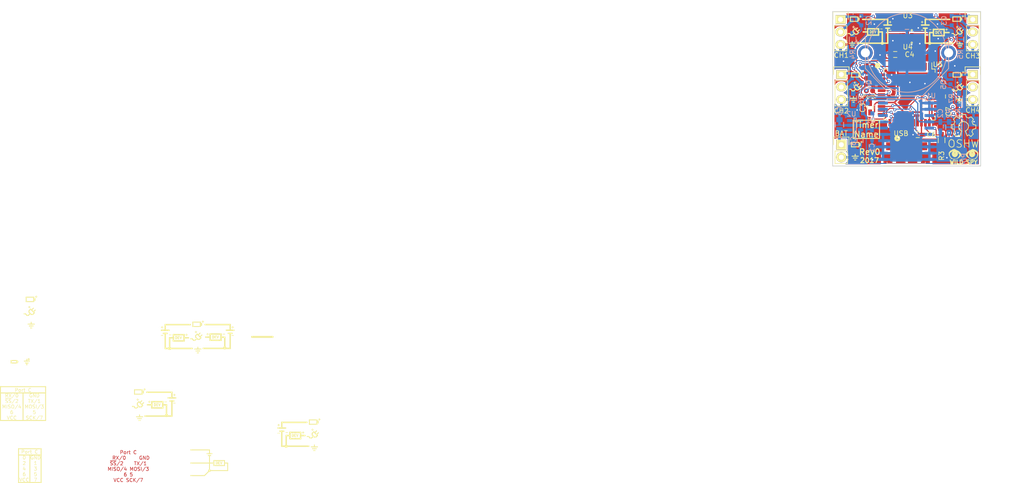
<source format=kicad_pcb>
(kicad_pcb (version 4) (host pcbnew 4.0.2+dfsg1-stable)
  (layers (0 F.Cu signal) (31 B.Cu signal) (34 B.Paste user) (35 F.Paste user) (36 B.SilkS user) (37 F.SilkS user) (38 B.Mask user) (39 F.Mask user) (44 Edge.Cuts user))
  (net 0 "")
  (net 1 VAA)
  (net 2 GND)
  (net 3 VCC)
  (net 4 "Net-(C2-Pad2)")
  (net 5 "Net-(CH1-Pad1)")
  (net 6 "Net-(CH1-Pad2)")
  (net 7 "Net-(CH2-Pad1)")
  (net 8 "Net-(CH2-Pad2)")
  (net 9 "Net-(CH3-Pad1)")
  (net 10 "Net-(CH3-Pad2)")
  (net 11 /PDI_DATA)
  (net 12 /PDI_CLK)
  (net 13 /PA0)
  (net 14 /PA1)
  (net 15 /PA2)
  (net 16 /PA3)
  (net 17 /PA4)
  (net 18 /PA5)
  (net 19 /PA6)
  (net 20 /PA7)
  (net 21 /PC0)
  (net 22 /PC1)
  (net 23 /PC2)
  (net 24 /PC3)
  (net 25 /PC4)
  (net 26 /PC5)
  (net 27 /PC6)
  (net 28 /PC7)
  (net 29 /~RTC_PEN)
  (net 30 "Net-(Q2-Pad1)")
  (net 31 "Net-(Q3-Pad1)")
  (net 32 "Net-(Q4-Pad1)")
  (net 33 "Net-(Q5-Pad1)")
  (net 34 /SDA)
  (net 35 /SCL)
  (net 36 /RTC_~INT)
  (net 37 "Net-(U2-Pad3)")
  (net 38 /CH3_EN)
  (net 39 /CH1_EN)
  (net 40 /CH4_EN)
  (net 41 /CH2_EN)
  (net 42 +5V)
  (net 43 /~RST)
  (net 44 "Net-(U5-Pad21)")
  (net 45 "Net-(U5-Pad22)")
  (net 46 "Net-(U5-Pad23)")
  (net 47 "Net-(U5-Pad24)")
  (net 48 "Net-(U5-Pad25)")
  (net 49 /D-)
  (net 50 /D+)
  (net 51 "Net-(U5-Pad36)")
  (net 52 "Net-(U5-Pad37)")
  (net 53 "Net-(U1-Pad3)")
  (net 54 "Net-(U1-Pad20)")
  (net 55 "Net-(USB1-Pad4)")
  (net 56 "Net-(CH4-Pad1)")
  (net 57 "Net-(CH4-Pad2)")
  (module MC_Footprint:VIA-0.3mm (layer F.Cu) (at 198.6 104.5)
    (fp_text reference REF** hide)
    (fp_text value VIA-20mil hide)
    (pad 1 thru_hole circle (at 0 0) (size 0.6 0.6) (drill 0.3) (layers *.Cu) (net 2 GND))
  )
  (module MC_Footprint:VIA-0.3mm (layer F.Cu) (at 200.95 108.55)
    (fp_text reference REF** hide)
    (fp_text value VIA-20mil hide)
    (pad 1 thru_hole circle (at 0 0) (size 0.6 0.6) (drill 0.3) (layers *.Cu) (net 2 GND))
  )
  (module MC_Footprint:VIA-0.3mm (layer F.Cu) (at 206.35 99.01)
    (fp_text reference REF** hide)
    (fp_text value VIA-20mil hide)
    (pad 1 thru_hole circle (at 0 0) (size 0.6 0.6) (drill 0.3) (layers *.Cu) (net 2 GND))
  )
  (module MC_Footprint:VIA-0.3mm (layer F.Cu) (at 210.39 101.19)
    (fp_text reference REF** hide)
    (fp_text value VIA-20mil hide)
    (pad 1 thru_hole circle (at 0 0) (size 0.6 0.6) (drill 0.3) (layers *.Cu) (net 2 GND))
  )
  (module MC_Footprint:VIA-0.3mm (layer F.Cu) (at 206.66 102.19)
    (fp_text reference REF** hide)
    (fp_text value VIA-20mil hide)
    (pad 1 thru_hole circle (at 0 0) (size 0.6 0.6) (drill 0.3) (layers *.Cu) (net 2 GND))
  )
  (module MC_Footprint:VIA-0.3mm (layer F.Cu) (at 208.8 112.96)
    (fp_text reference REF** hide)
    (fp_text value VIA-20mil hide)
    (pad 1 thru_hole circle (at 0 0) (size 0.6 0.6) (drill 0.3) (layers *.Cu) (net 2 GND))
  )
  (module MC_Footprint:VIA-0.3mm (layer F.Cu) (at 205.01 102.37)
    (fp_text reference REF** hide)
    (fp_text value VIA-20mil hide)
    (pad 1 thru_hole circle (at 0 0) (size 0.6 0.6) (drill 0.3) (layers *.Cu) (net 2 GND))
  )
  (module MC_Footprint:VIA-0.3mm (layer F.Cu) (at 205.27 116.69)
    (fp_text reference REF** hide)
    (fp_text value VIA-20mil hide)
    (pad 1 thru_hole circle (at 0 0) (size 0.6 0.6) (drill 0.3) (layers *.Cu) (net 2 GND))
  )
  (module MC_Footprint:VIA-0.3mm (layer F.Cu) (at 205.298 120.65)
    (fp_text reference REF** hide)
    (fp_text value VIA-20mil hide)
    (pad 1 thru_hole circle (at 0 0) (size 0.6 0.6) (drill 0.3) (layers *.Cu) (net 2 GND))
  )
  (module MC_Footprint:VIA-0.3mm (layer F.Cu) (at 197 106.8)
    (fp_text reference REF** hide)
    (fp_text value VIA-20mil hide)
    (pad 1 thru_hole circle (at 0 0) (size 0.6 0.6) (drill 0.3) (layers *.Cu) (net 2 GND))
  )
  (module MC_Footprint:VIA-0.3mm (layer F.Cu) (at 210.25 98.23)
    (fp_text reference REF** hide)
    (fp_text value VIA-20mil hide)
    (pad 1 thru_hole circle (at 0 0) (size 0.6 0.6) (drill 0.3) (layers *.Cu) (net 2 GND))
  )
  (module MC_Footprint:VIA-0.3mm (layer F.Cu) (at 191.2 105.75)
    (fp_text reference REF** hide)
    (fp_text value VIA-20mil hide)
    (pad 1 thru_hole circle (at 0 0) (size 0.6 0.6) (drill 0.3) (layers *.Cu) (net 2 GND))
  )
  (module MC_Footprint:VIA-0.3mm (layer F.Cu) (at 209.8 103.7)
    (fp_text reference REF** hide)
    (fp_text value VIA-20mil hide)
    (pad 1 thru_hole circle (at 0 0) (size 0.6 0.6) (drill 0.3) (layers *.Cu) (net 2 GND))
  )
  (module MC_Footprint:VIA-0.3mm (layer F.Cu) (at 201.2 97.15)
    (fp_text reference REF** hide)
    (fp_text value VIA-20mil hide)
    (pad 1 thru_hole circle (at 0 0) (size 0.6 0.6) (drill 0.3) (layers *.Cu) (net 2 GND))
  )
  (module MC_Footprint:VIA-0.3mm (layer F.Cu) (at 197.45 98.25)
    (fp_text reference REF** hide)
    (fp_text value VIA-20mil hide)
    (pad 1 thru_hole circle (at 0 0) (size 0.6 0.6) (drill 0.3) (layers *.Cu) (net 2 GND))
  )
  (module TO_SOT_Packages_SMD:SOT-23-5 (layer B.Cu) (at 193.548 118.745)
    (fp_text reference U2 (at -0.762 -2.286) (layer B.SilkS) (effects (justify mirror)))
    (fp_text value TPS70925DBVR)
    (pad 1 smd rect (at -1.1 0.95) (size 1.06 0.65) (layers B.Cu B.Paste B.Mask) (net 1 VAA))
    (pad 2 smd rect (at -1.1 0) (size 1.06 0.65) (layers B.Cu B.Paste B.Mask) (net 2 GND))
    (pad 3 smd rect (at -1.1 -0.95) (size 1.06 0.65) (layers B.Cu B.Paste B.Mask) (net 37 "Net-(U2-Pad3)"))
    (pad 4 smd rect (at 1.1 -0.95) (size 1.06 0.65) (layers B.Cu B.Paste B.Mask))
    (pad 5 smd rect (at 1.1 0.95) (size 1.06 0.65) (layers B.Cu B.Paste B.Mask) (net 3 VCC))
  )
  (module MC_Footprint:VIA-0.3mm (layer F.Cu) (at 197.1 125.7)
    (fp_text reference REF** hide)
    (fp_text value VIA-20mil hide)
    (pad 1 thru_hole circle (at 0 0) (size 0.6 0.6) (drill 0.3) (layers *.Cu) (net 2 GND))
  )
  (module MC_Footprint:VIA-0.3mm (layer F.Cu) (at 202.35 121.2)
    (fp_text reference REF** hide)
    (fp_text value VIA-20mil hide)
    (pad 1 thru_hole circle (at 0 0) (size 0.6 0.6) (drill 0.3) (layers *.Cu) (net 2 GND))
  )
  (module MC_Footprint:VIA-0.3mm (layer F.Cu) (at 217.65 118)
    (fp_text reference REF** hide)
    (fp_text value VIA-20mil hide)
    (pad 1 thru_hole circle (at 0 0) (size 0.6 0.6) (drill 0.3) (layers *.Cu) (net 2 GND))
  )
  (module MC_Footprint:VIA-0.3mm (layer F.Cu) (at 201.2 101.6)
    (fp_text reference REF** hide)
    (fp_text value VIA-20mil hide)
    (pad 1 thru_hole circle (at 0 0) (size 0.6 0.6) (drill 0.3) (layers *.Cu) (net 2 GND))
  )
  (module MC_Footprint:VIA-0.3mm (layer F.Cu) (at 213.75 106.7)
    (fp_text reference REF** hide)
    (fp_text value VIA-20mil hide)
    (pad 1 thru_hole circle (at 0 0) (size 0.6 0.6) (drill 0.3) (layers *.Cu) (net 2 GND))
  )
  (module Capacitors_SMD:C_0603_HandSoldering (layer B.Cu) (at 196.977 120.523 90)
    (fp_text reference C1 (at -2.794 0 90) (layer B.SilkS) (effects (justify mirror)))
    (fp_text value 0.1uF)
    (pad 1 smd rect (at -0.95 0 90) (size 1.2 0.75) (layers B.Cu B.Paste B.Mask) (net 2 GND))
    (pad 2 smd rect (at 0.95 0 90) (size 1.2 0.75) (layers B.Cu B.Paste B.Mask) (net 3 VCC))
  )
  (module MC_Footprint:VIA-0.3mm (layer F.Cu) (at 212.15 125.32)
    (fp_text reference REF** hide)
    (fp_text value VIA-20mil hide)
    (pad 1 thru_hole circle (at 0 0) (size 0.6 0.6) (drill 0.3) (layers *.Cu) (net 2 GND))
  )
  (module MC_Footprint:VIA-0.3mm (layer F.Cu) (at 193.95 115.65)
    (fp_text reference REF** hide)
    (fp_text value VIA-20mil hide)
    (pad 1 thru_hole circle (at 0 0) (size 0.6 0.6) (drill 0.3) (layers *.Cu) (net 2 GND))
  )
  (module MC_Footprint:VIA-0.3mm (layer F.Cu) (at 204.65 110.05)
    (fp_text reference REF** hide)
    (fp_text value VIA-20mil hide)
    (pad 1 thru_hole circle (at 0 0) (size 0.6 0.6) (drill 0.3) (layers *.Cu) (net 2 GND))
  )
  (module TO_SOT_Packages_SMD:SOT-23 (layer B.Cu) (at 193.929 109.22 270)
    (fp_text reference Q4 (at 1.27 -2.413 270) (layer B.SilkS) (effects (justify mirror)))
    (fp_text value AO3415)
    (pad 1 smd rect (at -0.95 -1.00076 270) (size 0.8001 0.8001) (layers B.Cu B.Paste B.Mask) (net 32 "Net-(Q4-Pad1)"))
    (pad 2 smd rect (at 0.95 -1.00076 270) (size 0.8001 0.8001) (layers B.Cu B.Paste B.Mask) (net 7 "Net-(CH2-Pad1)"))
    (pad 3 smd rect (at 0 0.99822 270) (size 0.8001 0.8001) (layers B.Cu B.Paste B.Mask) (net 8 "Net-(CH2-Pad2)"))
  )
  (module TO_SOT_Packages_SMD:SOT-23 (layer B.Cu) (at 196.088 115.316 180)
    (fp_text reference Q1 (at -0.635 -2.413 180) (layer B.SilkS) (effects (justify mirror)))
    (fp_text value AO3415)
    (pad 1 smd rect (at -0.95 -1.00076 180) (size 0.8001 0.8001) (layers B.Cu B.Paste B.Mask) (net 29 /~RTC_PEN))
    (pad 2 smd rect (at 0.95 -1.00076 180) (size 0.8001 0.8001) (layers B.Cu B.Paste B.Mask) (net 3 VCC))
    (pad 3 smd rect (at 0 0.99822 180) (size 0.8001 0.8001) (layers B.Cu B.Paste B.Mask) (net 4 "Net-(C2-Pad2)"))
  )
  (module Pin_Headers:Pin_Header_Straight_1x03 (layer F.Cu) (at 190.75 108.45)
    (fp_text reference CH2 (at 0.004 7.374) (layer F.SilkS))
    (fp_text value CONN_01X03)
    (pad 1 thru_hole rect (at 0 0) (size 2.032 1.7272) (drill 1.016) (layers *.Cu *.Mask F.SilkS) (net 7 "Net-(CH2-Pad1)"))
    (pad 2 thru_hole oval (at 0 2.54) (size 2.032 1.7272) (drill 1.016) (layers *.Cu *.Mask F.SilkS) (net 8 "Net-(CH2-Pad2)"))
    (pad 3 thru_hole oval (at 0 5.08) (size 2.032 1.7272) (drill 1.016) (layers *.Cu *.Mask F.SilkS) (net 2 GND))
  )
  (module Housings_SOIC:SOIC-20_7.5x12.8mm_Pitch1.27mm (layer B.Cu) (at 203.9 119.95 180)
    (fp_text reference U1 (at -5.015 7.174 180) (layer B.SilkS) (effects (justify mirror)))
    (fp_text value DS3232SN)
    (pad 1 smd rect (at -4.7 5.715 180) (size 1.95 0.6) (layers B.Cu B.Paste B.Mask) (net 2 GND))
    (pad 2 smd rect (at -4.7 4.445 180) (size 1.95 0.6) (layers B.Cu B.Paste B.Mask) (net 2 GND))
    (pad 3 smd rect (at -4.7 3.175 180) (size 1.95 0.6) (layers B.Cu B.Paste B.Mask) (net 53 "Net-(U1-Pad3)"))
    (pad 4 smd rect (at -4.7 1.905 180) (size 1.95 0.6) (layers B.Cu B.Paste B.Mask) (net 4 "Net-(C2-Pad2)"))
    (pad 5 smd rect (at -4.7 0.635 180) (size 1.95 0.6) (layers B.Cu B.Paste B.Mask) (net 36 /RTC_~INT))
    (pad 6 smd rect (at -4.7 -0.635 180) (size 1.95 0.6) (layers B.Cu B.Paste B.Mask) (net 43 /~RST))
    (pad 7 smd rect (at -4.7 -1.905 180) (size 1.95 0.6) (layers B.Cu B.Paste B.Mask) (net 2 GND))
    (pad 8 smd rect (at -4.7 -3.175 180) (size 1.95 0.6) (layers B.Cu B.Paste B.Mask) (net 2 GND))
    (pad 9 smd rect (at -4.7 -4.445 180) (size 1.95 0.6) (layers B.Cu B.Paste B.Mask) (net 2 GND))
    (pad 10 smd rect (at -4.7 -5.715 180) (size 1.95 0.6) (layers B.Cu B.Paste B.Mask) (net 2 GND))
    (pad 11 smd rect (at 4.7 -5.715 180) (size 1.95 0.6) (layers B.Cu B.Paste B.Mask) (net 2 GND))
    (pad 12 smd rect (at 4.7 -4.445 180) (size 1.95 0.6) (layers B.Cu B.Paste B.Mask) (net 2 GND))
    (pad 13 smd rect (at 4.7 -3.175 180) (size 1.95 0.6) (layers B.Cu B.Paste B.Mask) (net 2 GND))
    (pad 14 smd rect (at 4.7 -1.905 180) (size 1.95 0.6) (layers B.Cu B.Paste B.Mask) (net 2 GND))
    (pad 15 smd rect (at 4.7 -0.635 180) (size 1.95 0.6) (layers B.Cu B.Paste B.Mask) (net 2 GND))
    (pad 16 smd rect (at 4.7 0.635 180) (size 1.95 0.6) (layers B.Cu B.Paste B.Mask) (net 3 VCC))
    (pad 17 smd rect (at 4.7 1.905 180) (size 1.95 0.6) (layers B.Cu B.Paste B.Mask) (net 34 /SDA))
    (pad 18 smd rect (at 4.7 3.175 180) (size 1.95 0.6) (layers B.Cu B.Paste B.Mask) (net 35 /SCL))
    (pad 19 smd rect (at 4.7 4.445 180) (size 1.95 0.6) (layers B.Cu B.Paste B.Mask))
    (pad 20 smd rect (at 4.7 5.715 180) (size 1.95 0.6) (layers B.Cu B.Paste B.Mask) (net 54 "Net-(U1-Pad20)"))
  )
  (module TO_SOT_Packages_SMD:SOT-23 (layer B.Cu) (at 214.122 97.536 90)
    (fp_text reference Q3 (at 0 -2.54 90) (layer B.SilkS) (effects (justify mirror)))
    (fp_text value AO3415)
    (pad 1 smd rect (at -0.95 -1.00076 90) (size 0.8001 0.8001) (layers B.Cu B.Paste B.Mask) (net 31 "Net-(Q3-Pad1)"))
    (pad 2 smd rect (at 0.95 -1.00076 90) (size 0.8001 0.8001) (layers B.Cu B.Paste B.Mask) (net 9 "Net-(CH3-Pad1)"))
    (pad 3 smd rect (at 0 0.99822 90) (size 0.8001 0.8001) (layers B.Cu B.Paste B.Mask) (net 10 "Net-(CH3-Pad2)"))
  )
  (module Pin_Headers:Pin_Header_Straight_1x02 (layer F.Cu) (at 190.754 122.682)
    (fp_text reference Battery1 hide)
    (fp_text value CONN_01X02)
    (pad 1 thru_hole rect (at 0 0) (size 2.032 2.032) (drill 1.016) (layers *.Cu *.Mask F.SilkS) (net 1 VAA))
    (pad 2 thru_hole oval (at 0 2.54) (size 2.032 2.032) (drill 1.016) (layers *.Cu *.Mask F.SilkS) (net 2 GND))
  )
  (module Capacitors_SMD:C_0603_HandSoldering (layer B.Cu) (at 210.82 118.999 90)
    (fp_text reference C2 (at 2.667 0 90) (layer B.SilkS) (effects (justify mirror)))
    (fp_text value 0.1uF)
    (pad 1 smd rect (at -0.95 0 90) (size 1.2 0.75) (layers B.Cu B.Paste B.Mask) (net 2 GND))
    (pad 2 smd rect (at 0.95 0 90) (size 1.2 0.75) (layers B.Cu B.Paste B.Mask) (net 4 "Net-(C2-Pad2)"))
  )
  (module Capacitors_SMD:C_0603_HandSoldering (layer F.Cu) (at 196.596 115.189 270)
    (fp_text reference C3 (at 0 1.524 270) (layer F.SilkS))
    (fp_text value 0.1uF)
    (pad 1 smd rect (at -0.95 0 270) (size 1.2 0.75) (layers F.Cu F.Paste F.Mask) (net 2 GND))
    (pad 2 smd rect (at 0.95 0 270) (size 1.2 0.75) (layers F.Cu F.Paste F.Mask) (net 3 VCC))
  )
  (module Capacitors_SMD:C_0603_HandSoldering (layer F.Cu) (at 201.676 104.394 180)
    (fp_text reference C4 (at -2.921 0 180) (layer F.SilkS))
    (fp_text value 0.1uF)
    (pad 1 smd rect (at -0.95 0 180) (size 1.2 0.75) (layers F.Cu F.Paste F.Mask) (net 2 GND))
    (pad 2 smd rect (at 0.95 0 180) (size 1.2 0.75) (layers F.Cu F.Paste F.Mask) (net 3 VCC))
  )
  (module Capacitors_SMD:C_0603_HandSoldering (layer F.Cu) (at 206.248 120.65)
    (fp_text reference C6 (at 2.794 0) (layer F.SilkS))
    (fp_text value 0.1uF)
    (pad 1 smd rect (at -0.95 0) (size 1.2 0.75) (layers F.Cu F.Paste F.Mask) (net 2 GND))
    (pad 2 smd rect (at 0.95 0) (size 1.2 0.75) (layers F.Cu F.Paste F.Mask) (net 3 VCC))
  )
  (module Capacitors_SMD:C_0603_HandSoldering (layer F.Cu) (at 212.471 112.903 90)
    (fp_text reference C7 (at -3.048 0 90) (layer F.SilkS))
    (fp_text value 0.1uF)
    (pad 1 smd rect (at -0.95 0 90) (size 1.2 0.75) (layers F.Cu F.Paste F.Mask) (net 2 GND))
    (pad 2 smd rect (at 0.95 0 90) (size 1.2 0.75) (layers F.Cu F.Paste F.Mask) (net 3 VCC))
  )
  (module Pin_Headers:Pin_Header_Straight_1x03 (layer F.Cu) (at 190.6 97.3)
    (fp_text reference CH1 (at 0.154 7.244) (layer F.SilkS))
    (fp_text value CONN_01X03)
    (pad 1 thru_hole rect (at 0 0) (size 2.032 1.7272) (drill 1.016) (layers *.Cu *.Mask F.SilkS) (net 5 "Net-(CH1-Pad1)"))
    (pad 2 thru_hole oval (at 0 2.54) (size 2.032 1.7272) (drill 1.016) (layers *.Cu *.Mask F.SilkS) (net 6 "Net-(CH1-Pad2)"))
    (pad 3 thru_hole oval (at 0 5.08) (size 2.032 1.7272) (drill 1.016) (layers *.Cu *.Mask F.SilkS) (net 2 GND))
  )
  (module Pin_Headers:Pin_Header_Straight_1x03 (layer F.Cu) (at 217.4 97.3)
    (fp_text reference CH3 (at 0 7.366) (layer F.SilkS))
    (fp_text value CONN_01X03)
    (pad 1 thru_hole rect (at 0 0) (size 2.032 1.7272) (drill 1.016) (layers *.Cu *.Mask F.SilkS) (net 9 "Net-(CH3-Pad1)"))
    (pad 2 thru_hole oval (at 0 2.54) (size 2.032 1.7272) (drill 1.016) (layers *.Cu *.Mask F.SilkS) (net 10 "Net-(CH3-Pad2)"))
    (pad 3 thru_hole oval (at 0 5.08) (size 2.032 1.7272) (drill 1.016) (layers *.Cu *.Mask F.SilkS) (net 2 GND))
  )
  (module TO_SOT_Packages_SMD:SOT-23 (layer B.Cu) (at 193.802 97.536 270)
    (fp_text reference Q2 (at 0 -2.54 270) (layer B.SilkS) (effects (justify mirror)))
    (fp_text value AO3415)
    (pad 1 smd rect (at -0.95 -1.00076 270) (size 0.8001 0.8001) (layers B.Cu B.Paste B.Mask) (net 30 "Net-(Q2-Pad1)"))
    (pad 2 smd rect (at 0.95 -1.00076 270) (size 0.8001 0.8001) (layers B.Cu B.Paste B.Mask) (net 5 "Net-(CH1-Pad1)"))
    (pad 3 smd rect (at 0 0.99822 270) (size 0.8001 0.8001) (layers B.Cu B.Paste B.Mask) (net 6 "Net-(CH1-Pad2)"))
  )
  (module Resistors_SMD:R_0603_HandSoldering (layer B.Cu) (at 214.4 119.126 270)
    (fp_text reference R1 (at -2.794 0 270) (layer B.SilkS) (effects (justify mirror)))
    (fp_text value 10k)
    (pad 1 smd rect (at -1.1 0 270) (size 1.2 0.9) (layers B.Cu B.Paste B.Mask) (net 4 "Net-(C2-Pad2)"))
    (pad 2 smd rect (at 1.1 0 270) (size 1.2 0.9) (layers B.Cu B.Paste B.Mask) (net 34 /SDA))
  )
  (module Resistors_SMD:R_0603_HandSoldering (layer B.Cu) (at 212.6 119.15 270)
    (fp_text reference R2 (at -2.794 0 270) (layer B.SilkS) (effects (justify mirror)))
    (fp_text value 10k)
    (pad 1 smd rect (at -1.1 0 270) (size 1.2 0.9) (layers B.Cu B.Paste B.Mask) (net 4 "Net-(C2-Pad2)"))
    (pad 2 smd rect (at 1.1 0 270) (size 1.2 0.9) (layers B.Cu B.Paste B.Mask) (net 35 /SCL))
  )
  (module Resistors_SMD:R_0603_HandSoldering (layer F.Cu) (at 211.074 121.793 90)
    (fp_text reference R3 (at -3.132 0 90) (layer F.SilkS))
    (fp_text value 10k)
    (pad 1 smd rect (at -1.1 0 90) (size 1.2 0.9) (layers F.Cu F.Paste F.Mask) (net 3 VCC))
    (pad 2 smd rect (at 1.1 0 90) (size 1.2 0.9) (layers F.Cu F.Paste F.Mask) (net 36 /RTC_~INT))
  )
  (module Resistors_SMD:R_0603_HandSoldering (layer B.Cu) (at 193.04 101.346 270)
    (fp_text reference R4 (at 3.048 0 270) (layer B.SilkS) (effects (justify mirror)))
    (fp_text value 10k)
    (pad 1 smd rect (at -1.1 0 270) (size 1.2 0.9) (layers B.Cu B.Paste B.Mask) (net 5 "Net-(CH1-Pad1)"))
    (pad 2 smd rect (at 1.1 0 270) (size 1.2 0.9) (layers B.Cu B.Paste B.Mask) (net 30 "Net-(Q2-Pad1)"))
  )
  (module Resistors_SMD:R_0603_HandSoldering (layer B.Cu) (at 214.884 101.346 270)
    (fp_text reference R5 (at 3.048 0 270) (layer B.SilkS) (effects (justify mirror)))
    (fp_text value 10k)
    (pad 1 smd rect (at -1.1 0 270) (size 1.2 0.9) (layers B.Cu B.Paste B.Mask) (net 9 "Net-(CH3-Pad1)"))
    (pad 2 smd rect (at 1.1 0 270) (size 1.2 0.9) (layers B.Cu B.Paste B.Mask) (net 31 "Net-(Q3-Pad1)"))
  )
  (module Resistors_SMD:R_0603_HandSoldering (layer B.Cu) (at 193.167 113.284 270)
    (fp_text reference R6 (at 0.254 -1.651 270) (layer B.SilkS) (effects (justify mirror)))
    (fp_text value 10k)
    (pad 1 smd rect (at -1.1 0 270) (size 1.2 0.9) (layers B.Cu B.Paste B.Mask) (net 7 "Net-(CH2-Pad1)"))
    (pad 2 smd rect (at 1.1 0 270) (size 1.2 0.9) (layers B.Cu B.Paste B.Mask) (net 32 "Net-(Q4-Pad1)"))
  )
  (module Housings_QFP:TQFP-44_10x10mm_Pitch0.8mm (layer F.Cu) (at 204.597 112.522 270)
    (fp_text reference U5 (at -6.096 -5.715 540) (layer F.SilkS))
    (fp_text value ATXMEGA32C4-A)
    (pad 1 smd rect (at -5.7 -4 270) (size 1.5 0.55) (layers F.Cu F.Paste F.Mask) (net 18 /PA5))
    (pad 2 smd rect (at -5.7 -3.2 270) (size 1.5 0.55) (layers F.Cu F.Paste F.Mask) (net 19 /PA6))
    (pad 3 smd rect (at -5.7 -2.4 270) (size 1.5 0.55) (layers F.Cu F.Paste F.Mask) (net 20 /PA7))
    (pad 4 smd rect (at -5.7 -1.6 270) (size 1.5 0.55) (layers F.Cu F.Paste F.Mask) (net 39 /CH1_EN))
    (pad 5 smd rect (at -5.7 -0.8 270) (size 1.5 0.55) (layers F.Cu F.Paste F.Mask) (net 41 /CH2_EN))
    (pad 6 smd rect (at -5.7 0 270) (size 1.5 0.55) (layers F.Cu F.Paste F.Mask) (net 38 /CH3_EN))
    (pad 7 smd rect (at -5.7 0.8 270) (size 1.5 0.55) (layers F.Cu F.Paste F.Mask) (net 40 /CH4_EN))
    (pad 8 smd rect (at -5.7 1.6 270) (size 1.5 0.55) (layers F.Cu F.Paste F.Mask) (net 2 GND))
    (pad 9 smd rect (at -5.7 2.4 270) (size 1.5 0.55) (layers F.Cu F.Paste F.Mask) (net 3 VCC))
    (pad 10 smd rect (at -5.7 3.2 270) (size 1.5 0.55) (layers F.Cu F.Paste F.Mask) (net 21 /PC0))
    (pad 11 smd rect (at -5.7 4 270) (size 1.5 0.55) (layers F.Cu F.Paste F.Mask) (net 22 /PC1))
    (pad 12 smd rect (at -4 5.7) (size 1.5 0.55) (layers F.Cu F.Paste F.Mask) (net 23 /PC2))
    (pad 13 smd rect (at -3.2 5.7) (size 1.5 0.55) (layers F.Cu F.Paste F.Mask) (net 24 /PC3))
    (pad 14 smd rect (at -2.4 5.7) (size 1.5 0.55) (layers F.Cu F.Paste F.Mask) (net 25 /PC4))
    (pad 15 smd rect (at -1.6 5.7) (size 1.5 0.55) (layers F.Cu F.Paste F.Mask) (net 26 /PC5))
    (pad 16 smd rect (at -0.8 5.7) (size 1.5 0.55) (layers F.Cu F.Paste F.Mask) (net 27 /PC6))
    (pad 17 smd rect (at 0 5.7) (size 1.5 0.55) (layers F.Cu F.Paste F.Mask) (net 28 /PC7))
    (pad 18 smd rect (at 0.8 5.7) (size 1.5 0.55) (layers F.Cu F.Paste F.Mask) (net 2 GND))
    (pad 19 smd rect (at 1.6 5.7) (size 1.5 0.55) (layers F.Cu F.Paste F.Mask) (net 3 VCC))
    (pad 20 smd rect (at 2.4 5.7) (size 1.5 0.55) (layers F.Cu F.Paste F.Mask) (net 43 /~RST))
    (pad 21 smd rect (at 3.2 5.7) (size 1.5 0.55) (layers F.Cu F.Paste F.Mask) (net 44 "Net-(U5-Pad21)"))
    (pad 22 smd rect (at 4 5.7) (size 1.5 0.55) (layers F.Cu F.Paste F.Mask) (net 45 "Net-(U5-Pad22)"))
    (pad 23 smd rect (at 5.7 4 270) (size 1.5 0.55) (layers F.Cu F.Paste F.Mask) (net 46 "Net-(U5-Pad23)"))
    (pad 24 smd rect (at 5.7 3.2 270) (size 1.5 0.55) (layers F.Cu F.Paste F.Mask) (net 47 "Net-(U5-Pad24)"))
    (pad 25 smd rect (at 5.7 2.4 270) (size 1.5 0.55) (layers F.Cu F.Paste F.Mask) (net 48 "Net-(U5-Pad25)"))
    (pad 26 smd rect (at 5.7 1.6 270) (size 1.5 0.55) (layers F.Cu F.Paste F.Mask) (net 49 /D-))
    (pad 27 smd rect (at 5.7 0.8 270) (size 1.5 0.55) (layers F.Cu F.Paste F.Mask) (net 50 /D+))
    (pad 28 smd rect (at 5.7 0 270) (size 1.5 0.55) (layers F.Cu F.Paste F.Mask) (net 34 /SDA))
    (pad 29 smd rect (at 5.7 -0.8 270) (size 1.5 0.55) (layers F.Cu F.Paste F.Mask) (net 35 /SCL))
    (pad 30 smd rect (at 5.7 -1.6 270) (size 1.5 0.55) (layers F.Cu F.Paste F.Mask) (net 2 GND))
    (pad 31 smd rect (at 5.7 -2.4 270) (size 1.5 0.55) (layers F.Cu F.Paste F.Mask) (net 3 VCC))
    (pad 32 smd rect (at 5.7 -3.2 270) (size 1.5 0.55) (layers F.Cu F.Paste F.Mask) (net 36 /RTC_~INT))
    (pad 33 smd rect (at 5.7 -4 270) (size 1.5 0.55) (layers F.Cu F.Paste F.Mask) (net 29 /~RTC_PEN))
    (pad 34 smd rect (at 4 -5.7) (size 1.5 0.55) (layers F.Cu F.Paste F.Mask) (net 11 /PDI_DATA))
    (pad 35 smd rect (at 3.2 -5.7) (size 1.5 0.55) (layers F.Cu F.Paste F.Mask) (net 12 /PDI_CLK))
    (pad 36 smd rect (at 2.4 -5.7) (size 1.5 0.55) (layers F.Cu F.Paste F.Mask) (net 51 "Net-(U5-Pad36)"))
    (pad 37 smd rect (at 1.6 -5.7) (size 1.5 0.55) (layers F.Cu F.Paste F.Mask) (net 52 "Net-(U5-Pad37)"))
    (pad 38 smd rect (at 0.8 -5.7) (size 1.5 0.55) (layers F.Cu F.Paste F.Mask) (net 2 GND))
    (pad 39 smd rect (at 0 -5.7) (size 1.5 0.55) (layers F.Cu F.Paste F.Mask) (net 3 VCC))
    (pad 40 smd rect (at -0.8 -5.7) (size 1.5 0.55) (layers F.Cu F.Paste F.Mask) (net 13 /PA0))
    (pad 41 smd rect (at -1.6 -5.7) (size 1.5 0.55) (layers F.Cu F.Paste F.Mask) (net 14 /PA1))
    (pad 42 smd rect (at -2.4 -5.7) (size 1.5 0.55) (layers F.Cu F.Paste F.Mask) (net 15 /PA2))
    (pad 43 smd rect (at -3.2 -5.7) (size 1.5 0.55) (layers F.Cu F.Paste F.Mask) (net 16 /PA3))
    (pad 44 smd rect (at -4 -5.7) (size 1.5 0.55) (layers F.Cu F.Paste F.Mask) (net 17 /PA4))
  )
  (module MC_Footprint:PDI_PROG_HEADER (layer B.Cu) (at 217.551 121.793 90)
    (fp_text reference PDI1 hide)
    (fp_text value CONN_01X04)
    (pad 4 smd rect (at 3.81 0 90) (size 2 2) (layers B.Cu B.Paste B.Mask) (net 2 GND))
    (pad 3 smd rect (at 1.27 0 90) (size 2 2) (layers B.Cu B.Paste B.Mask) (net 12 /PDI_CLK))
    (pad 2 smd rect (at -1.27 0 90) (size 2 2) (layers B.Cu B.Paste B.Mask) (net 11 /PDI_DATA))
    (pad 1 smd rect (at -3.81 0 90) (size 2 2) (layers B.Cu B.Paste B.Mask) (net 3 VCC))
  )
  (module "MC_Footprint:SC88(SOT363)" (layer F.Cu) (at 204.216 98.298 270)
    (fp_text reference U3 (at -1.778 0 360) (layer F.SilkS))
    (fp_text value UM6K33N)
    (pad 5 smd rect (at 0 0.8 90) (size 0.3 0.7) (layers F.Cu F.Paste F.Mask) (net 38 /CH3_EN))
    (pad 2 smd rect (at 0 -0.8 90) (size 0.3 0.7) (layers F.Cu F.Paste F.Mask) (net 39 /CH1_EN))
    (pad 3 smd rect (at -0.65 -0.8 90) (size 0.3 0.7) (layers F.Cu F.Paste F.Mask) (net 31 "Net-(Q3-Pad1)"))
    (pad 4 smd rect (at -0.65 0.8 90) (size 0.3 0.7) (layers F.Cu F.Paste F.Mask) (net 2 GND))
    (pad 1 smd rect (at 0.65 -0.8 90) (size 0.3 0.7) (layers F.Cu F.Paste F.Mask) (net 2 GND))
    (pad 6 smd rect (at 0.65 0.8 90) (size 0.3 0.7) (layers F.Cu F.Paste F.Mask) (net 30 "Net-(Q2-Pad1)"))
  )
  (module "MC_Footprint:SC88(SOT363)" (layer F.Cu) (at 204.216 100.838 270)
    (fp_text reference U4 (at 2.032 0 360) (layer F.SilkS))
    (fp_text value UM6K33N)
    (pad 5 smd rect (at 0 0.8 90) (size 0.3 0.7) (layers F.Cu F.Paste F.Mask) (net 40 /CH4_EN))
    (pad 2 smd rect (at 0 -0.8 90) (size 0.3 0.7) (layers F.Cu F.Paste F.Mask) (net 41 /CH2_EN))
    (pad 3 smd rect (at -0.65 -0.8 90) (size 0.3 0.7) (layers F.Cu F.Paste F.Mask) (net 33 "Net-(Q5-Pad1)"))
    (pad 4 smd rect (at -0.65 0.8 90) (size 0.3 0.7) (layers F.Cu F.Paste F.Mask) (net 2 GND))
    (pad 1 smd rect (at 0.65 -0.8 90) (size 0.3 0.7) (layers F.Cu F.Paste F.Mask) (net 2 GND))
    (pad 6 smd rect (at 0.65 0.8 90) (size 0.3 0.7) (layers F.Cu F.Paste F.Mask) (net 32 "Net-(Q4-Pad1)"))
  )
  (module MC_Footprint:VIA-0.3mm (layer F.Cu) (at 207.7 110.3)
    (fp_text reference REF** hide)
    (fp_text value VIA-20mil hide)
    (pad 1 thru_hole circle (at 0 0) (size 0.6 0.6) (drill 0.3) (layers *.Cu) (net 2 GND))
  )
  (module Pin_Headers:Pin_Header_Straight_1x03 (layer F.Cu) (at 217.4 108.45)
    (fp_text reference CH4 (at 0.025 7.247) (layer F.SilkS))
    (fp_text value CONN_01X03)
    (pad 1 thru_hole rect (at 0 0) (size 2.032 1.7272) (drill 1.016) (layers *.Cu *.Mask F.SilkS) (net 56 "Net-(CH4-Pad1)"))
    (pad 2 thru_hole oval (at 0 2.54) (size 2.032 1.7272) (drill 1.016) (layers *.Cu *.Mask F.SilkS) (net 57 "Net-(CH4-Pad2)"))
    (pad 3 thru_hole oval (at 0 5.08) (size 2.032 1.7272) (drill 1.016) (layers *.Cu *.Mask F.SilkS) (net 2 GND))
  )
  (module TO_SOT_Packages_SMD:SOT-23 (layer B.Cu) (at 213.868 109.474 90)
    (fp_text reference Q5 (at -1.016 -2.413 270) (layer B.SilkS) (effects (justify mirror)))
    (fp_text value AO3415)
    (pad 1 smd rect (at -0.95 -1.00076 90) (size 0.8001 0.8001) (layers B.Cu B.Paste B.Mask) (net 33 "Net-(Q5-Pad1)"))
    (pad 2 smd rect (at 0.95 -1.00076 90) (size 0.8001 0.8001) (layers B.Cu B.Paste B.Mask) (net 56 "Net-(CH4-Pad1)"))
    (pad 3 smd rect (at 0 0.99822 90) (size 0.8001 0.8001) (layers B.Cu B.Paste B.Mask) (net 57 "Net-(CH4-Pad2)"))
  )
  (module Resistors_SMD:R_0603_HandSoldering (layer B.Cu) (at 214.63 113.284 270)
    (fp_text reference R7 (at 0 1.524 270) (layer B.SilkS) (effects (justify mirror)))
    (fp_text value 10k)
    (pad 1 smd rect (at -1.1 0 270) (size 1.2 0.9) (layers B.Cu B.Paste B.Mask) (net 56 "Net-(CH4-Pad1)"))
    (pad 2 smd rect (at 1.1 0 270) (size 1.2 0.9) (layers B.Cu B.Paste B.Mask) (net 33 "Net-(Q5-Pad1)"))
  )
  (module Capacitors_SMD:C_0805 (layer B.Cu) (at 190.373 118.618 90)
    (fp_text reference C5 (at 2.794 0 90) (layer B.SilkS) (effects (justify mirror)))
    (fp_text value CL10A105KB8NNNC)
    (pad 1 smd rect (at -1 0 90) (size 1 1.25) (layers B.Cu B.Paste B.Mask) (net 1 VAA))
    (pad 2 smd rect (at 1 0 90) (size 1 1.25) (layers B.Cu B.Paste B.Mask) (net 2 GND))
  )
  (module Capacitors_SMD:C_0603 (layer B.Cu) (at 194.564 121.92 270)
    (fp_text reference C8 (at 0 1.397 450) (layer B.SilkS) (effects (justify mirror)))
    (fp_text value CL10B225KQ8NFNC)
    (pad 1 smd rect (at -0.75 0 270) (size 0.8 0.75) (layers B.Cu B.Paste B.Mask) (net 3 VCC))
    (pad 2 smd rect (at 0.75 0 270) (size 0.8 0.75) (layers B.Cu B.Paste B.Mask) (net 2 GND))
  )
  (module MC_Footprint:micro_USB (layer F.Cu) (at 204 125.55)
    (fp_text reference USB1 hide)
    (fp_text value micro_USB)
    (pad 6 smd rect (at -1.2 0) (size 1.9 1.9) (layers F.Cu F.Paste F.Mask) (net 2 GND))
    (pad 6 smd rect (at 1.2 0) (size 1.9 1.9) (layers F.Cu F.Paste F.Mask) (net 2 GND))
    (pad 6 smd rect (at -3.8 0) (size 1.8 1.9) (layers F.Cu F.Paste F.Mask) (net 2 GND))
    (pad 6 smd rect (at 3.8 0) (size 1.8 1.9) (layers F.Cu F.Paste F.Mask) (net 2 GND))
    (pad 5 smd rect (at 1.3 -2.675) (size 0.4 1.35) (layers F.Cu F.Paste F.Mask) (net 2 GND))
    (pad 1 smd rect (at -1.3 -2.675) (size 0.4 1.35) (layers F.Cu F.Paste F.Mask) (net 42 +5V))
    (pad 4 smd rect (at 0.65 -2.675) (size 0.4 1.35) (layers F.Cu F.Paste F.Mask) (net 55 "Net-(USB1-Pad4)"))
    (pad 2 smd rect (at -0.65 -2.675) (size 0.4 1.35) (layers F.Cu F.Paste F.Mask) (net 49 /D-))
    (pad 3 smd rect (at 0 -2.675) (size 0.4 1.35) (layers F.Cu F.Paste F.Mask) (net 50 /D+))
    (pad 6 smd rect (at 3.1 -2.55) (size 2.1 1.6) (layers F.Cu F.Paste F.Mask) (net 2 GND))
    (pad 6 smd rect (at -3.1 -2.55) (size 2.1 1.6) (layers F.Cu F.Paste F.Mask) (net 2 GND))
  )
  (module Symbols:Symbol_OSHW-Logo_SilkScreen (layer F.Cu) (at 215.519 118.999)
    (fp_text reference "" (at 0.09906 -4.38912) (layer F.SilkS))
    (fp_text value Symbol_OSHW-Logo_SilkScreen)
  )
  (module MC_Footprint:5x2connnector_small (layer F.Cu) (at 196.469 109.22 270)
    (fp_text reference PortC (at 3.683 0 360) (layer F.SilkS) (effects (font (size 0.7 0.7) (thickness 0.1))))
    (fp_text value CONN_01X10)
    (pad 10 smd circle (at 2.54 0.635 270) (size 1 1) (layers F.Cu F.Paste F.Mask) (net 3 VCC))
    (pad 8 smd circle (at 1.27 0.635 270) (size 1 1) (layers F.Cu F.Paste F.Mask) (net 27 /PC6))
    (pad 6 smd circle (at 0 0.635 270) (size 1 1) (layers F.Cu F.Paste F.Mask) (net 25 /PC4))
    (pad 4 smd circle (at -1.27 0.635 270) (size 1 1) (layers F.Cu F.Paste F.Mask) (net 23 /PC2))
    (pad 2 smd circle (at -2.54 0.635 270) (size 1 1) (layers F.Cu F.Paste F.Mask) (net 21 /PC0))
    (pad 9 smd circle (at 2.54 -0.635 270) (size 1 1) (layers F.Cu F.Paste F.Mask) (net 28 /PC7))
    (pad 7 smd circle (at 1.27 -0.635 270) (size 1 1) (layers F.Cu F.Paste F.Mask) (net 26 /PC5))
    (pad 5 smd circle (at 0 -0.635 270) (size 1 1) (layers F.Cu F.Paste F.Mask) (net 24 /PC3))
    (pad 3 smd circle (at -1.27 -0.635 270) (size 1 1) (layers F.Cu F.Paste F.Mask) (net 22 /PC1))
    (pad 1 smd circle (at -2.54 -0.635 270) (size 1 1) (layers F.Cu F.Paste F.Mask) (net 2 GND))
  )
  (module WS_LOGO:WS_logo_6 (layer F.Cu) (at 215.519 124.587)
    (fp_text reference G*** hide)
    (fp_text value LOGO hide)
  )
  (module MC_Footprint:CoinCell_Holder_1632 (layer B.Cu) (at 204.065 104.05 180)
    (fp_text reference Coin1 hide)
    (fp_text value 16mm_Coin_Cell)
    (fp_text user + (at -10.16 2.286 180) (layer B.SilkS) (effects (justify mirror)))
    (fp_text user + (at 10.16 2.286 180) (layer B.SilkS) (effects (justify mirror)))
    (fp_text user - (at 0 4.826 180) (layer B.SilkS) (effects (justify mirror)))
    (pad 1 thru_hole circle (at 8.435 0 180) (size 3 3) (drill 1.85) (layers *.Cu *.Mask) (net 3 VCC))
    (pad 1 thru_hole circle (at -8.435 0 180) (size 3 3) (drill 1.85) (layers *.Cu *.Mask) (net 3 VCC))
    (pad 2 smd rect (at 0 0 180) (size 7.62 7.62) (layers B.Cu B.Paste B.Mask) (net 2 GND))
  )
  (gr_line (start 22.497 166.924) (end 23.64 166.924) (layer F.SilkS) (width 0.2))
  (gr_line (start 23.64 166.416) (end 22.497 166.416) (layer F.SilkS) (width 0.2))
  (gr_line (start 23.64 166.924) (end 23.64 166.416) (layer F.SilkS) (width 0.2))
  (gr_line (start 22.497 166.416) (end 22.497 166.924) (layer F.SilkS) (width 0.2))
  (gr_line (start 23.767 166.67) (end 23.767 166.67) (layer F.SilkS) (width 0.4))
  (gr_line (start 25.672 166.543) (end 25.672 166.162) (layer F.SilkS) (width 0.2))
  (gr_line (start 25.164 166.543) (end 26.18 166.543) (layer F.SilkS) (width 0.2))
  (gr_line (start 25.926 166.162) (end 26.18 166.162) (layer F.SilkS) (width 0.2))
  (gr_line (start 26.053 166.035) (end 26.053 166.289) (layer F.SilkS) (width 0.2))
  (gr_line (start 29.226 172.991) (end 24.908 172.991) (layer F.SilkS) (width 0.2))
  (gr_line (start 20.336 172.991) (end 29.48 172.991) (layer F.SilkS) (width 0.2))
  (gr_line (start 25.418 166.924) (end 25.926 166.924) (layer F.SilkS) (width 0.2))
  (gr_line (start 25.672 167.305) (end 25.672 166.924) (layer F.SilkS) (width 0.2))
  (gr_line (start 20.336 171.721) (end 29.48 171.721) (layer F.SilkS) (width 0.2))
  (gr_line (start 25.926 159.05) (end 27.196 159.05) (layer F.SilkS) (width 0.2))
  (gr_line (start 26.18 159.431) (end 26.942 159.431) (layer F.SilkS) (width 0.2))
  (gr_line (start 26.561 159.05) (end 26.561 158.669) (layer F.SilkS) (width 0.2))
  (gr_line (start 26.434 159.812) (end 26.688 159.812) (layer F.SilkS) (width 0.2))
  (gr_line (start 54.695 174.633) (end 55.457 174.633) (layer F.SilkS) (width 0.3))
  (gr_line (start 55.076 174.633) (end 55.076 177.681) (layer F.SilkS) (width 0.3))
  (gr_line (start 53.982679 175.404685) (end 53.982679 177.563685) (layer F.SilkS) (width 0.3))
  (gr_circle (center 53.982679 177.563685) (end 54.109679 177.690685) (layer F.SilkS) (width 0.3))
  (gr_line (start 53.982679 175.404685) (end 53.220679 175.404685) (layer F.SilkS) (width 0.3))
  (gr_text - (at 55.584 175.023685) (layer F.SilkS) (effects (font (size 0.5 0.5) (thickness 0.125))))
  (gr_line (start 53.220679 176.039685) (end 53.220679 174.769685) (layer F.SilkS) (width 0.3))
  (gr_line (start 62.696 184.539) (end 62.696 185.301) (layer F.SilkS) (width 0.2))
  (gr_line (start 62.442 185.682) (end 62.95 185.682) (layer F.SilkS) (width 0.2))
  (gr_line (start 62.188 185.301) (end 63.204 185.301) (layer F.SilkS) (width 0.2))
  (gr_line (start 58.886 184.539) (end 62.696 184.539) (layer F.SilkS) (width 0.2))
  (gr_text DEV (at 52.077679 175.404685) (layer F.SilkS) (effects (font (size 0.5 0.5) (thickness 0.125))))
  (gr_line (start 49.615 177.681) (end 55.076 177.681) (layer F.SilkS) (width 0.3))
  (gr_line (start 55.076 172.855) (end 49.996 172.855) (layer F.SilkS) (width 0.3))
  (gr_line (start 53.220679 174.769685) (end 51.012 174.76) (layer F.SilkS) (width 0.3))
  (gr_line (start 51.012 174.769685) (end 51.012 176.039685) (layer F.SilkS) (width 0.3))
  (gr_line (start 50.123 175.395) (end 51.012 175.395) (layer F.SilkS) (width 0.3))
  (gr_text + (at 50.504 174.76) (layer F.SilkS) (effects (font (size 0.5 0.5) (thickness 0.125))))
  (gr_line (start 51.012 176.03) (end 53.220679 176.039685) (layer F.SilkS) (width 0.3))
  (gr_line (start 62.696 188.73) (end 61.68 189.746) (layer F.SilkS) (width 0.2))
  (gr_line (start 58.886 187.206) (end 63.585 187.206) (layer F.SilkS) (width 0.2))
  (gr_line (start 62.696 185.682) (end 62.696 188.73) (layer F.SilkS) (width 0.2))
  (gr_line (start 61.68 189.746) (end 58.886 189.746) (layer F.SilkS) (width 0.2))
  (gr_circle (center 62.696 188.73) (end 62.823 188.857) (layer F.SilkS) (width 0.2))
  (gr_line (start 65.744 186.698) (end 63.585 186.698) (layer F.SilkS) (width 0.2))
  (gr_line (start 66.379 188.73) (end 62.696 188.73) (layer F.SilkS) (width 0.2))
  (gr_line (start 66.379 187.206) (end 66.379 188.73) (layer F.SilkS) (width 0.2))
  (gr_line (start 65.744 187.714) (end 65.744 186.698) (layer F.SilkS) (width 0.2))
  (gr_line (start 63.585 187.714) (end 65.744 187.714) (layer F.SilkS) (width 0.2))
  (gr_text DEV (at 64.601 187.206) (layer F.SilkS) (effects (font (size 0.5 0.5) (thickness 0.125))))
  (gr_line (start 63.585 186.698) (end 63.585 187.714) (layer F.SilkS) (width 0.2))
  (gr_line (start 65.744 187.206) (end 66.379 187.206) (layer F.SilkS) (width 0.2))
  (gr_line (start 54.314 173.998) (end 55.838 173.998) (layer F.SilkS) (width 0.3))
  (gr_text - (at 53.806 174.76) (layer F.SilkS) (effects (font (size 0.5 0.5) (thickness 0.125))))
  (gr_line (start 55.076 172.855) (end 55.076 173.998) (layer F.SilkS) (width 0.3))
  (gr_text + (at 55.584 173.363) (layer F.SilkS) (effects (font (size 0.5 0.5) (thickness 0.125))))
  (gr_line (start 60.396179 161.244185) (end 60.777179 160.863185) (layer F.SilkS) (width 0.2))
  (gr_line (start 59.316679 159.529685) (end 60.840679 159.529685) (layer F.SilkS) (width 0.2))
  (gr_text + (at 59.951679 160.609185) (layer F.SilkS) (effects (font (size 0.5 0.5) (thickness 0.125))))
  (gr_line (start 60.205679 161.053685) (end 59.888179 161.371185) (layer F.SilkS) (width 0.2))
  (gr_line (start 59.888179 161.688685) (end 59.888179 161.371185) (layer F.SilkS) (width 0.2))
  (gr_line (start 60.205679 161.053685) (end 60.840679 161.688685) (layer F.SilkS) (width 0.2))
  (gr_line (start 60.967679 161.815685) (end 60.650179 162.133185) (layer F.SilkS) (width 0.2))
  (gr_line (start 60.142179 161.942685) (end 59.761179 162.323685) (layer F.SilkS) (width 0.2))
  (gr_line (start 59.888179 161.688685) (end 60.332679 162.133185) (layer F.SilkS) (width 0.2))
  (gr_line (start 60.840679 161.688685) (end 60.967679 161.815685) (layer F.SilkS) (width 0.2))
  (gr_line (start 60.650179 162.133185) (end 60.332679 162.133185) (layer F.SilkS) (width 0.2))
  (gr_line (start 58.808679 159.148685) (end 53.728679 159.148685) (layer F.SilkS) (width 0.3))
  (gr_text + (at 58.046679 161.180685) (layer F.SilkS) (effects (font (size 0.5 0.5) (thickness 0.125))))
  (gr_text - (at 54.744679 161.180685) (layer F.SilkS) (effects (font (size 0.5 0.5) (thickness 0.125))))
  (gr_text - (at 53.093679 161.307685) (layer F.SilkS) (effects (font (size 0.5 0.5) (thickness 0.125))))
  (gr_line (start 53.728679 159.148685) (end 53.728679 160.291685) (layer F.SilkS) (width 0.3))
  (gr_line (start 52.966679 160.291685) (end 54.490679 160.291685) (layer F.SilkS) (width 0.3))
  (gr_text + (at 53.093679 159.656685) (layer F.SilkS) (effects (font (size 0.5 0.5) (thickness 0.125))))
  (gr_line (start 53.347679 160.926685) (end 54.109679 160.926685) (layer F.SilkS) (width 0.3))
  (gr_line (start 54.617679 161.815685) (end 54.617679 163.974685) (layer F.SilkS) (width 0.3))
  (gr_line (start 53.728679 160.926685) (end 53.728679 163.974685) (layer F.SilkS) (width 0.3))
  (gr_line (start 55.379679 161.815685) (end 54.617679 161.815685) (layer F.SilkS) (width 0.3))
  (gr_circle (center 54.617679 163.974685) (end 54.744679 164.101685) (layer F.SilkS) (width 0.3))
  (gr_line (start 59.189679 162.006185) (end 58.872179 162.006185) (layer F.SilkS) (width 0.2))
  (gr_line (start 57.538679 161.815685) (end 58.427679 161.815685) (layer F.SilkS) (width 0.3))
  (gr_line (start 53.728679 163.974685) (end 59.189679 163.974685) (layer F.SilkS) (width 0.3))
  (gr_line (start 57.538679 162.450685) (end 57.538679 161.180685) (layer F.SilkS) (width 0.3))
  (gr_text DEV (at 56.395679 161.815685) (layer F.SilkS) (effects (font (size 0.5 0.5) (thickness 0.125))))
  (gr_line (start 57.538679 161.180685) (end 55.379679 161.180685) (layer F.SilkS) (width 0.3))
  (gr_line (start 55.379679 162.450685) (end 57.538679 162.450685) (layer F.SilkS) (width 0.3))
  (gr_line (start 55.379679 161.180685) (end 55.379679 162.450685) (layer F.SilkS) (width 0.3))
  (gr_line (start 60.205679 164.863685) (end 60.459679 164.863685) (layer F.SilkS) (width 0.2))
  (gr_line (start 59.697679 164.101685) (end 60.967679 164.101685) (layer F.SilkS) (width 0.2))
  (gr_line (start 59.443679 162.323685) (end 59.189679 162.006185) (layer F.SilkS) (width 0.2))
  (gr_line (start 59.951679 164.482685) (end 60.713679 164.482685) (layer F.SilkS) (width 0.2))
  (gr_line (start 60.332679 164.101685) (end 60.332679 163.720685) (layer F.SilkS) (width 0.2))
  (gr_line (start 59.761179 162.323685) (end 59.443679 162.323685) (layer F.SilkS) (width 0.2))
  (gr_line (start 49.283679 172.610685) (end 49.283679 172.991685) (layer F.SilkS) (width 0.2))
  (gr_line (start 47.505679 172.356685) (end 47.505679 173.245685) (layer F.SilkS) (width 0.2))
  (gr_line (start 47.505679 173.245685) (end 49.029679 173.245685) (layer F.SilkS) (width 0.2))
  (gr_line (start 49.029679 173.245685) (end 49.029679 172.356685) (layer F.SilkS) (width 0.2))
  (gr_line (start 49.029679 172.610685) (end 49.283679 172.610685) (layer F.SilkS) (width 0.2))
  (gr_line (start 49.029679 172.356685) (end 47.505679 172.356685) (layer F.SilkS) (width 0.2))
  (gr_line (start 49.283679 172.991685) (end 49.029679 172.991685) (layer F.SilkS) (width 0.2))
  (gr_text + (at 49.537679 172.229685) (layer F.SilkS) (effects (font (size 0.5 0.5) (thickness 0.125))))
  (gr_line (start 48.966179 175.341185) (end 49.347179 174.960185) (layer F.SilkS) (width 0.2))
  (gr_line (start 49.029679 175.404685) (end 49.156679 175.531685) (layer F.SilkS) (width 0.2))
  (gr_line (start 48.839179 175.849185) (end 48.521679 175.849185) (layer F.SilkS) (width 0.2))
  (gr_line (start 49.156679 175.531685) (end 48.839179 175.849185) (layer F.SilkS) (width 0.2))
  (gr_line (start 26.286 185.567) (end 26.286 191.155) (layer F.SilkS) (width 0.2))
  (gr_text "0\n2\n4\n6\nVCC" (at 25.143 188.361) (layer F.SilkS) (effects (font (size 0.7 0.7) (thickness 0.1))))
  (gr_text "GND\n1\n3\n5\n7" (at 27.429 188.361) (layer F.SilkS) (effects (font (size 0.7 0.7) (thickness 0.1))))
  (gr_line (start 28.572 191.155) (end 24 191.155) (layer F.SilkS) (width 0.2))
  (gr_line (start 28.572 185.567) (end 24 185.567) (layer F.SilkS) (width 0.2))
  (gr_line (start 48.077179 175.404685) (end 48.521679 175.849185) (layer F.SilkS) (width 0.2))
  (gr_line (start 47.632679 176.039685) (end 47.378679 175.722185) (layer F.SilkS) (width 0.2))
  (gr_line (start 47.950179 176.039685) (end 47.632679 176.039685) (layer F.SilkS) (width 0.2))
  (gr_line (start 47.378679 175.722185) (end 47.061179 175.722185) (layer F.SilkS) (width 0.2))
  (gr_line (start 48.331179 175.658685) (end 47.950179 176.039685) (layer F.SilkS) (width 0.2))
  (gr_line (start 24 191.155) (end 24 184.297) (layer F.SilkS) (width 0.2))
  (gr_line (start 24 184.297) (end 28.572 184.297) (layer F.SilkS) (width 0.2))
  (gr_text "Port C\n\n" (at 28.0005 185.5035) (layer F.SilkS) (effects (font (size 0.7 0.7) (thickness 0.1)) (justify right)))
  (gr_line (start 28.572 184.297) (end 28.572 191.155) (layer F.SilkS) (width 0.2))
  (gr_line (start 48.394679 174.769685) (end 48.077179 175.087185) (layer F.SilkS) (width 0.2))
  (gr_line (start 48.394679 174.769685) (end 49.029679 175.404685) (layer F.SilkS) (width 0.2))
  (gr_line (start 48.077179 175.404685) (end 48.077179 175.087185) (layer F.SilkS) (width 0.2))
  (gr_text + (at 48.140679 174.325185) (layer F.SilkS) (effects (font (size 0.5 0.5) (thickness 0.125))))
  (gr_line (start 48.585179 174.960185) (end 48.966179 174.579185) (layer F.SilkS) (width 0.2))
  (gr_text "RX/0\n~SS~/2\nMISO/4\n6\nVCC" (at 22.622 175.785) (layer F.SilkS) (effects (font (size 0.7 0.7) (thickness 0.1))))
  (gr_text "Port C\n\n" (at 26.686 172.991) (layer F.SilkS) (effects (font (size 0.7 0.7) (thickness 0.1)) (justify right)))
  (gr_line (start 29.48 178.579) (end 20.336 178.579) (layer F.SilkS) (width 0.2))
  (gr_line (start 29.48 171.721) (end 29.48 178.579) (layer F.SilkS) (width 0.2))
  (gr_line (start 24.908 172.991) (end 24.908 178.579) (layer F.SilkS) (width 0.2))
  (gr_line (start 20.336 178.579) (end 20.336 171.721) (layer F.SilkS) (width 0.2))
  (gr_text "GND\nTX/1\nMOSI/3\n5\nSCK/7" (at 27.194 175.785) (layer F.SilkS) (effects (font (size 0.7 0.7) (thickness 0.1))))
  (gr_line (start 48.394679 178.579685) (end 48.648679 178.579685) (layer F.SilkS) (width 0.2))
  (gr_line (start 48.140679 178.198685) (end 48.902679 178.198685) (layer F.SilkS) (width 0.2))
  (gr_line (start 47.886679 177.817685) (end 49.156679 177.817685) (layer F.SilkS) (width 0.2))
  (gr_line (start 48.521679 177.817685) (end 48.521679 177.436685) (layer F.SilkS) (width 0.2))
  (gr_line (start 77.350679 180.738685) (end 77.350679 183.786685) (layer F.SilkS) (width 0.3))
  (gr_line (start 81.160679 180.992685) (end 79.001679 180.992685) (layer F.SilkS) (width 0.3))
  (gr_circle (center 78.239679 183.786685) (end 78.366679 183.913685) (layer F.SilkS) (width 0.3))
  (gr_line (start 78.239679 181.627685) (end 78.239679 183.786685) (layer F.SilkS) (width 0.3))
  (gr_line (start 77.350679 183.786685) (end 82.811679 183.786685) (layer F.SilkS) (width 0.3))
  (gr_line (start 82.811679 181.818185) (end 82.494179 181.818185) (layer F.SilkS) (width 0.2))
  (gr_text + (at 76.715679 179.468685) (layer F.SilkS) (effects (font (size 0.5 0.5) (thickness 0.125))))
  (gr_line (start 76.588679 180.103685) (end 78.112679 180.103685) (layer F.SilkS) (width 0.3))
  (gr_line (start 76.969679 180.738685) (end 77.731679 180.738685) (layer F.SilkS) (width 0.3))
  (gr_text - (at 76.715679 181.119685) (layer F.SilkS) (effects (font (size 0.5 0.5) (thickness 0.125))))
  (gr_line (start 82.430679 178.960685) (end 77.350679 178.960685) (layer F.SilkS) (width 0.3))
  (gr_text + (at 81.668679 180.992685) (layer F.SilkS) (effects (font (size 0.5 0.5) (thickness 0.125))))
  (gr_line (start 77.350679 178.960685) (end 77.350679 180.103685) (layer F.SilkS) (width 0.3))
  (gr_text - (at 78.366679 180.992685) (layer F.SilkS) (effects (font (size 0.5 0.5) (thickness 0.125))))
  (gr_line (start 79.001679 181.627685) (end 78.239679 181.627685) (layer F.SilkS) (width 0.3))
  (gr_line (start 79.001679 182.262685) (end 81.160679 182.262685) (layer F.SilkS) (width 0.3))
  (gr_line (start 81.160679 182.262685) (end 81.160679 180.992685) (layer F.SilkS) (width 0.3))
  (gr_line (start 81.160679 181.627685) (end 82.049679 181.627685) (layer F.SilkS) (width 0.3))
  (gr_text DEV (at 80.017679 181.627685) (layer F.SilkS) (effects (font (size 0.5 0.5) (thickness 0.125))))
  (gr_line (start 79.001679 180.992685) (end 79.001679 182.262685) (layer F.SilkS) (width 0.3))
  (gr_line (start 83.827679 180.865685) (end 84.462679 181.500685) (layer F.SilkS) (width 0.2))
  (gr_line (start 84.018179 181.056185) (end 84.399179 180.675185) (layer F.SilkS) (width 0.2))
  (gr_line (start 84.399179 181.437185) (end 84.780179 181.056185) (layer F.SilkS) (width 0.2))
  (gr_line (start 83.510179 181.500685) (end 83.510179 181.183185) (layer F.SilkS) (width 0.2))
  (gr_line (start 83.827679 180.865685) (end 83.510179 181.183185) (layer F.SilkS) (width 0.2))
  (gr_text + (at 83.573679 180.421185) (layer F.SilkS) (effects (font (size 0.5 0.5) (thickness 0.125))))
  (gr_line (start 84.462679 179.341685) (end 84.462679 178.452685) (layer F.SilkS) (width 0.2))
  (gr_line (start 82.938679 179.341685) (end 84.462679 179.341685) (layer F.SilkS) (width 0.2))
  (gr_line (start 84.716679 179.087685) (end 84.462679 179.087685) (layer F.SilkS) (width 0.2))
  (gr_line (start 84.716679 178.706685) (end 84.716679 179.087685) (layer F.SilkS) (width 0.2))
  (gr_line (start 82.938679 178.452685) (end 82.938679 179.341685) (layer F.SilkS) (width 0.2))
  (gr_text + (at 84.970679 178.325685) (layer F.SilkS) (effects (font (size 0.5 0.5) (thickness 0.125))))
  (gr_line (start 84.462679 178.452685) (end 82.938679 178.452685) (layer F.SilkS) (width 0.2))
  (gr_line (start 84.462679 178.706685) (end 84.716679 178.706685) (layer F.SilkS) (width 0.2))
  (gr_line (start 84.272179 181.945185) (end 83.954679 181.945185) (layer F.SilkS) (width 0.2))
  (gr_line (start 83.764179 181.754685) (end 83.383179 182.135685) (layer F.SilkS) (width 0.2))
  (gr_line (start 84.589679 181.627685) (end 84.272179 181.945185) (layer F.SilkS) (width 0.2))
  (gr_line (start 83.065679 182.135685) (end 82.811679 181.818185) (layer F.SilkS) (width 0.2))
  (gr_line (start 83.510179 181.500685) (end 83.954679 181.945185) (layer F.SilkS) (width 0.2))
  (gr_line (start 84.462679 181.500685) (end 84.589679 181.627685) (layer F.SilkS) (width 0.2))
  (gr_line (start 83.383179 182.135685) (end 83.065679 182.135685) (layer F.SilkS) (width 0.2))
  (gr_line (start 83.954679 183.913685) (end 83.954679 183.532685) (layer F.SilkS) (width 0.2))
  (gr_line (start 83.319679 183.913685) (end 84.589679 183.913685) (layer F.SilkS) (width 0.2))
  (gr_line (start 83.573679 184.294685) (end 84.335679 184.294685) (layer F.SilkS) (width 0.2))
  (gr_line (start 83.827679 184.675685) (end 84.081679 184.675685) (layer F.SilkS) (width 0.2))
  (gr_line (start 59.316679 158.640685) (end 59.316679 159.529685) (layer F.SilkS) (width 0.2))
  (gr_text + (at 61.348679 158.513685) (layer F.SilkS) (effects (font (size 0.5 0.5) (thickness 0.125))))
  (gr_line (start 61.094679 159.275685) (end 60.840679 159.275685) (layer F.SilkS) (width 0.2))
  (gr_line (start 61.094679 158.894685) (end 61.094679 159.275685) (layer F.SilkS) (width 0.2))
  (gr_line (start 60.840679 158.894685) (end 61.094679 158.894685) (layer F.SilkS) (width 0.2))
  (gr_line (start 60.840679 158.640685) (end 59.316679 158.640685) (layer F.SilkS) (width 0.2))
  (gr_line (start 60.840679 159.529685) (end 60.840679 158.640685) (layer F.SilkS) (width 0.2))
  (gr_text - (at 65.617 161.044) (layer F.SilkS) (effects (font (size 0.5 0.5) (thickness 0.125))))
  (gr_circle (center 65.793679 163.847685) (end 65.920679 163.974685) (layer F.SilkS) (width 0.3))
  (gr_line (start 66.887 160.917) (end 66.887 163.965) (layer F.SilkS) (width 0.3))
  (gr_line (start 66.887 159.139) (end 66.887 160.282) (layer F.SilkS) (width 0.3))
  (gr_line (start 65.793679 161.688685) (end 65.793679 163.847685) (layer F.SilkS) (width 0.3))
  (gr_line (start 66.125 160.282) (end 67.649 160.282) (layer F.SilkS) (width 0.3))
  (gr_line (start 75.499 161.63) (end 71.308 161.63) (layer F.SilkS) (width 0.4))
  (gr_text + (at 67.395 159.647) (layer F.SilkS) (effects (font (size 0.5 0.5) (thickness 0.125))))
  (gr_line (start 66.506 160.917) (end 67.268 160.917) (layer F.SilkS) (width 0.3))
  (gr_text - (at 67.395 161.307685) (layer F.SilkS) (effects (font (size 0.5 0.5) (thickness 0.125))))
  (gr_line (start 65.031679 162.323685) (end 65.031679 161.053685) (layer F.SilkS) (width 0.3))
  (gr_text DEV (at 63.888679 161.688685) (layer F.SilkS) (effects (font (size 0.5 0.5) (thickness 0.125))))
  (gr_line (start 62.823 161.053685) (end 62.823 162.323685) (layer F.SilkS) (width 0.3))
  (gr_line (start 62.823 162.314) (end 65.031679 162.323685) (layer F.SilkS) (width 0.3))
  (gr_line (start 61.426 163.965) (end 66.887 163.965) (layer F.SilkS) (width 0.3))
  (gr_line (start 66.887 159.139) (end 61.807 159.139) (layer F.SilkS) (width 0.3))
  (gr_line (start 65.031679 161.053685) (end 62.823 161.044) (layer F.SilkS) (width 0.3))
  (gr_line (start 60.777179 161.625185) (end 61.158179 161.244185) (layer F.SilkS) (width 0.2))
  (gr_text + (at 62.315 161.044) (layer F.SilkS) (effects (font (size 0.5 0.5) (thickness 0.125))))
  (gr_line (start 61.934 161.679) (end 62.823 161.679) (layer F.SilkS) (width 0.3))
  (gr_line (start 65.793679 161.688685) (end 65.031679 161.688685) (layer F.SilkS) (width 0.3))
  (gr_line (start 25.545 153.589) (end 25.545 154.478) (layer F.SilkS) (width 0.2))
  (gr_line (start 25.545 154.478) (end 27.069 154.478) (layer F.SilkS) (width 0.2))
  (gr_line (start 27.069 154.478) (end 27.069 153.589) (layer F.SilkS) (width 0.2))
  (gr_line (start 27.069 153.589) (end 25.545 153.589) (layer F.SilkS) (width 0.2))
  (gr_line (start 27.069 153.843) (end 27.323 153.843) (layer F.SilkS) (width 0.2))
  (gr_text + (at 27.577 153.462) (layer F.SilkS) (effects (font (size 0.5 0.5) (thickness 0.125))))
  (gr_line (start 27.323 154.224) (end 27.069 154.224) (layer F.SilkS) (width 0.2))
  (gr_line (start 27.323 153.843) (end 27.323 154.224) (layer F.SilkS) (width 0.2))
  (gr_line (start 27.0055 156.5735) (end 27.3865 156.1925) (layer F.SilkS) (width 0.2))
  (gr_line (start 27.196 156.764) (end 26.8785 157.0815) (layer F.SilkS) (width 0.2))
  (gr_line (start 26.8785 157.0815) (end 26.561 157.0815) (layer F.SilkS) (width 0.2))
  (gr_line (start 27.069 156.637) (end 27.196 156.764) (layer F.SilkS) (width 0.2))
  (gr_text + (at 26.18 155.5575) (layer F.SilkS) (effects (font (size 0.5 0.5) (thickness 0.125))))
  (gr_line (start 26.434 156.002) (end 26.1165 156.3195) (layer F.SilkS) (width 0.2))
  (gr_line (start 26.6245 156.1925) (end 27.0055 155.8115) (layer F.SilkS) (width 0.2))
  (gr_line (start 26.1165 156.637) (end 26.1165 156.3195) (layer F.SilkS) (width 0.2))
  (gr_line (start 26.434 156.002) (end 27.069 156.637) (layer F.SilkS) (width 0.2))
  (gr_line (start 26.1165 156.637) (end 26.561 157.0815) (layer F.SilkS) (width 0.2))
  (gr_line (start 26.3705 156.891) (end 25.9895 157.272) (layer F.SilkS) (width 0.2))
  (gr_line (start 25.9895 157.272) (end 25.672 157.272) (layer F.SilkS) (width 0.2))
  (gr_line (start 25.418 156.9545) (end 25.1005 156.9545) (layer F.SilkS) (width 0.2))
  (gr_line (start 25.672 157.272) (end 25.418 156.9545) (layer F.SilkS) (width 0.2))
  (gr_text "Port C\n  RX/0     GND\n~SS~/2    TX/1\nMISO/4 MOSI/3\n6 5\nVCC SCK/7\n" (at 46.244 187.85) (layer F.Cu) (effects (font (size 0.7 0.7) (thickness 0.1))))
  (gr_text Rev0 (at 196.5 124.15) (layer F.SilkS) (effects (font (size 1.2 1.2) (thickness 0.2))))
  (gr_text 2017 (at 196.469 125.857) (layer F.SilkS) (effects (font (size 1 1) (thickness 0.2))))
  (gr_line (start 198.501 117.729) (end 198.501 121.412) (layer F.SilkS) (width 0.2))
  (gr_line (start 193.167 117.729) (end 198.501 117.729) (layer F.SilkS) (width 0.2))
  (gr_line (start 193.167 121.412) (end 193.167 117.729) (layer F.SilkS) (width 0.2))
  (gr_line (start 193.167 121.412) (end 198.374 121.412) (layer F.SilkS) (width 0.2))
  (gr_text "Timer\nName" (at 195.834 119.634) (layer F.SilkS) (effects (font (size 1.2 1.2) (thickness 0.2))))
  (gr_line (start 193.566 125.014) (end 193.566 124.633) (layer F.SilkS) (width 0.2))
  (gr_line (start 193.185 125.395) (end 193.947 125.395) (layer F.SilkS) (width 0.2))
  (gr_line (start 192.931 125.014) (end 194.201 125.014) (layer F.SilkS) (width 0.2))
  (gr_line (start 193.439 125.776) (end 193.693 125.776) (layer F.SilkS) (width 0.2))
  (gr_line (start 194.328 122.474) (end 194.582 122.474) (layer F.SilkS) (width 0.2))
  (gr_line (start 194.582 122.855) (end 194.328 122.855) (layer F.SilkS) (width 0.2))
  (gr_line (start 192.804 122.22) (end 192.804 123.109) (layer F.SilkS) (width 0.2))
  (gr_line (start 194.328 123.109) (end 194.328 122.22) (layer F.SilkS) (width 0.2))
  (gr_line (start 192.804 123.109) (end 194.328 123.109) (layer F.SilkS) (width 0.2))
  (gr_text + (at 194.836 122.093) (layer F.SilkS) (effects (font (size 0.5 0.5) (thickness 0.125))))
  (gr_line (start 194.328 122.22) (end 192.804 122.22) (layer F.SilkS) (width 0.2))
  (gr_line (start 194.582 122.474) (end 194.582 122.855) (layer F.SilkS) (width 0.2))
  (gr_text PDI (at 215.646 125.603 90) (layer B.SilkS) (effects (font (size 1 1)) (justify mirror)))
  (gr_text USB (at 202.85 120.4) (layer F.SilkS) (effects (font (size 1 1))))
  (gr_text BAT (at 190.754 120.396) (layer F.SilkS) (effects (font (size 1 1))))
  (gr_text "WILD SPY" (at 215.519 126.238) (layer F.SilkS) (effects (font (size 0.8 0.8) (thickness 0.2))))
  (gr_line (start 213.536679 111.452185) (end 213.219179 111.452185) (layer F.SilkS) (width 0.2))
  (gr_line (start 214.298679 113.801685) (end 215.060679 113.801685) (layer F.SilkS) (width 0.2))
  (gr_line (start 214.044679 113.420685) (end 215.314679 113.420685) (layer F.SilkS) (width 0.2))
  (gr_line (start 214.552679 114.182685) (end 214.806679 114.182685) (layer F.SilkS) (width 0.2))
  (gr_line (start 214.679679 113.420685) (end 214.679679 113.039685) (layer F.SilkS) (width 0.2))
  (gr_line (start 214.997179 111.579185) (end 214.679679 111.579185) (layer F.SilkS) (width 0.2))
  (gr_line (start 214.108179 111.769685) (end 213.790679 111.769685) (layer F.SilkS) (width 0.2))
  (gr_line (start 215.187679 111.134685) (end 215.314679 111.261685) (layer F.SilkS) (width 0.2))
  (gr_line (start 215.314679 111.261685) (end 214.997179 111.579185) (layer F.SilkS) (width 0.2))
  (gr_line (start 213.790679 111.769685) (end 213.536679 111.452185) (layer F.SilkS) (width 0.2))
  (gr_line (start 214.489179 111.388685) (end 214.108179 111.769685) (layer F.SilkS) (width 0.2))
  (gr_line (start 214.235179 111.134685) (end 214.679679 111.579185) (layer F.SilkS) (width 0.2))
  (gr_line (start 214.552679 110.499685) (end 215.187679 111.134685) (layer F.SilkS) (width 0.2))
  (gr_line (start 214.743179 110.690185) (end 215.124179 110.309185) (layer F.SilkS) (width 0.2))
  (gr_line (start 214.235179 111.134685) (end 214.235179 110.817185) (layer F.SilkS) (width 0.2))
  (gr_text + (at 214.298679 110.055185) (layer F.SilkS) (effects (font (size 0.5 0.5) (thickness 0.125))))
  (gr_line (start 214.552679 110.499685) (end 214.235179 110.817185) (layer F.SilkS) (width 0.2))
  (gr_line (start 215.124179 111.071185) (end 215.505179 110.690185) (layer F.SilkS) (width 0.2))
  (gr_text + (at 215.441679 107.959685) (layer F.SilkS) (effects (font (size 0.5 0.5) (thickness 0.125))))
  (gr_line (start 215.187679 108.340685) (end 215.187679 108.721685) (layer F.SilkS) (width 0.2))
  (gr_line (start 214.933679 108.340685) (end 215.187679 108.340685) (layer F.SilkS) (width 0.2))
  (gr_line (start 214.933679 108.975685) (end 214.933679 108.086685) (layer F.SilkS) (width 0.2))
  (gr_line (start 213.409679 108.975685) (end 214.933679 108.975685) (layer F.SilkS) (width 0.2))
  (gr_line (start 213.409679 108.086685) (end 213.409679 108.975685) (layer F.SilkS) (width 0.2))
  (gr_line (start 215.187679 108.721685) (end 214.933679 108.721685) (layer F.SilkS) (width 0.2))
  (gr_line (start 214.933679 108.086685) (end 213.409679 108.086685) (layer F.SilkS) (width 0.2))
  (gr_text + (at 194.867679 107.959685) (layer F.SilkS) (effects (font (size 0.5 0.5) (thickness 0.125))))
  (gr_line (start 194.296179 111.071185) (end 194.677179 110.690185) (layer F.SilkS) (width 0.2))
  (gr_line (start 194.613679 108.721685) (end 194.359679 108.721685) (layer F.SilkS) (width 0.2))
  (gr_line (start 194.613679 108.340685) (end 194.613679 108.721685) (layer F.SilkS) (width 0.2))
  (gr_line (start 194.359679 111.134685) (end 194.486679 111.261685) (layer F.SilkS) (width 0.2))
  (gr_line (start 194.359679 108.340685) (end 194.613679 108.340685) (layer F.SilkS) (width 0.2))
  (gr_line (start 194.359679 108.975685) (end 194.359679 108.086685) (layer F.SilkS) (width 0.2))
  (gr_line (start 194.359679 108.086685) (end 192.835679 108.086685) (layer F.SilkS) (width 0.2))
  (gr_line (start 192.835679 108.086685) (end 192.835679 108.975685) (layer F.SilkS) (width 0.2))
  (gr_line (start 193.915179 110.690185) (end 194.296179 110.309185) (layer F.SilkS) (width 0.2))
  (gr_line (start 192.835679 108.975685) (end 194.359679 108.975685) (layer F.SilkS) (width 0.2))
  (gr_text + (at 193.470679 110.055185) (layer F.SilkS) (effects (font (size 0.5 0.5) (thickness 0.125))))
  (gr_line (start 193.407179 111.134685) (end 193.851679 111.579185) (layer F.SilkS) (width 0.2))
  (gr_line (start 194.169179 111.579185) (end 193.851679 111.579185) (layer F.SilkS) (width 0.2))
  (gr_line (start 193.724679 110.499685) (end 193.407179 110.817185) (layer F.SilkS) (width 0.2))
  (gr_line (start 193.407179 111.134685) (end 193.407179 110.817185) (layer F.SilkS) (width 0.2))
  (gr_line (start 193.724679 110.499685) (end 194.359679 111.134685) (layer F.SilkS) (width 0.2))
  (gr_line (start 194.486679 111.261685) (end 194.169179 111.579185) (layer F.SilkS) (width 0.2))
  (gr_line (start 193.216679 113.293685) (end 193.216679 112.912685) (layer F.SilkS) (width 0.2))
  (gr_line (start 192.835679 113.674685) (end 193.597679 113.674685) (layer F.SilkS) (width 0.2))
  (gr_line (start 193.089679 114.055685) (end 193.343679 114.055685) (layer F.SilkS) (width 0.2))
  (gr_line (start 192.708679 111.452185) (end 192.391179 111.452185) (layer F.SilkS) (width 0.2))
  (gr_line (start 193.280179 111.769685) (end 192.962679 111.769685) (layer F.SilkS) (width 0.2))
  (gr_line (start 192.581679 113.293685) (end 193.851679 113.293685) (layer F.SilkS) (width 0.2))
  (gr_line (start 192.962679 111.769685) (end 192.708679 111.452185) (layer F.SilkS) (width 0.2))
  (gr_line (start 193.661179 111.388685) (end 193.280179 111.769685) (layer F.SilkS) (width 0.2))
  (gr_text - (at 198.882 99.187) (layer F.SilkS) (effects (font (size 0.5 0.5) (thickness 0.125))))
  (gr_text + (at 195.58 99.187) (layer F.SilkS) (effects (font (size 0.5 0.5) (thickness 0.125))))
  (gr_line (start 195.199 99.822) (end 196.088 99.822) (layer F.SilkS) (width 0.3))
  (gr_line (start 198.296679 99.196685) (end 196.088 99.187) (layer F.SilkS) (width 0.3))
  (gr_text DEV (at 197.153679 99.831685) (layer F.SilkS) (effects (font (size 0.5 0.5) (thickness 0.125))))
  (gr_line (start 198.296679 100.466685) (end 198.296679 99.196685) (layer F.SilkS) (width 0.3))
  (gr_line (start 196.088 100.457) (end 198.296679 100.466685) (layer F.SilkS) (width 0.3))
  (gr_line (start 196.088 99.196685) (end 196.088 100.466685) (layer F.SilkS) (width 0.3))
  (gr_line (start 199.058679 99.831685) (end 198.296679 99.831685) (layer F.SilkS) (width 0.3))
  (gr_line (start 199.058679 99.831685) (end 199.058679 102.109312) (layer F.SilkS) (width 0.3))
  (gr_circle (center 199.058679 102.108) (end 199.185679 102.235) (layer F.SilkS) (width 0.3))
  (gr_line (start 199.39 98.425) (end 200.914 98.425) (layer F.SilkS) (width 0.3))
  (gr_line (start 200.152 97.282) (end 200.152 98.425) (layer F.SilkS) (width 0.3))
  (gr_line (start 200.152 99.06) (end 200.152 102.108) (layer F.SilkS) (width 0.3))
  (gr_text + (at 200.66 97.79) (layer F.SilkS) (effects (font (size 0.5 0.5) (thickness 0.125))))
  (gr_line (start 199.771 99.06) (end 200.533 99.06) (layer F.SilkS) (width 0.3))
  (gr_text - (at 200.66 99.450685) (layer F.SilkS) (effects (font (size 0.5 0.5) (thickness 0.125))))
  (gr_line (start 194.054678 102.108) (end 200.152 102.108) (layer F.SilkS) (width 0.3))
  (gr_line (start 200.152 97.282) (end 195.072 97.282) (layer F.SilkS) (width 0.3))
  (gr_line (start 193.407179 100.085685) (end 193.026179 100.466685) (layer F.SilkS) (width 0.2))
  (gr_line (start 192.708679 100.466685) (end 192.454679 100.149185) (layer F.SilkS) (width 0.2))
  (gr_line (start 193.026179 100.466685) (end 192.708679 100.466685) (layer F.SilkS) (width 0.2))
  (gr_line (start 193.153179 99.831685) (end 193.597679 100.276185) (layer F.SilkS) (width 0.2))
  (gr_line (start 194.105679 96.783685) (end 192.581679 96.783685) (layer F.SilkS) (width 0.2))
  (gr_line (start 192.581679 97.672685) (end 194.105679 97.672685) (layer F.SilkS) (width 0.2))
  (gr_line (start 194.105679 97.672685) (end 194.105679 96.783685) (layer F.SilkS) (width 0.2))
  (gr_line (start 192.581679 96.783685) (end 192.581679 97.672685) (layer F.SilkS) (width 0.2))
  (gr_text + (at 193.216679 98.752185) (layer F.SilkS) (effects (font (size 0.5 0.5) (thickness 0.125))))
  (gr_line (start 193.153179 99.831685) (end 193.153179 99.514185) (layer F.SilkS) (width 0.2))
  (gr_line (start 193.470679 99.196685) (end 194.105679 99.831685) (layer F.SilkS) (width 0.2))
  (gr_line (start 193.470679 99.196685) (end 193.153179 99.514185) (layer F.SilkS) (width 0.2))
  (gr_line (start 193.661179 99.387185) (end 194.042179 99.006185) (layer F.SilkS) (width 0.2))
  (gr_line (start 194.042179 99.768185) (end 194.423179 99.387185) (layer F.SilkS) (width 0.2))
  (gr_line (start 194.105679 99.831685) (end 194.232679 99.958685) (layer F.SilkS) (width 0.2))
  (gr_line (start 194.232679 99.958685) (end 193.915179 100.276185) (layer F.SilkS) (width 0.2))
  (gr_line (start 193.915179 100.276185) (end 193.597679 100.276185) (layer F.SilkS) (width 0.2))
  (gr_line (start 194.359679 97.418685) (end 194.105679 97.418685) (layer F.SilkS) (width 0.2))
  (gr_text + (at 194.613679 96.656685) (layer F.SilkS) (effects (font (size 0.5 0.5) (thickness 0.125))))
  (gr_line (start 194.359679 97.037685) (end 194.359679 97.418685) (layer F.SilkS) (width 0.2))
  (gr_line (start 194.105679 97.037685) (end 194.359679 97.037685) (layer F.SilkS) (width 0.2))
  (gr_line (start 192.327679 102.117685) (end 193.597679 102.117685) (layer F.SilkS) (width 0.2))
  (gr_line (start 192.962679 102.117685) (end 192.962679 101.736685) (layer F.SilkS) (width 0.2))
  (gr_line (start 192.835679 102.879685) (end 193.089679 102.879685) (layer F.SilkS) (width 0.2))
  (gr_line (start 192.581679 102.498685) (end 193.343679 102.498685) (layer F.SilkS) (width 0.2))
  (gr_line (start 192.454679 100.149185) (end 192.137179 100.149185) (layer F.SilkS) (width 0.2))
  (gr_text + (at 207.137 97.79) (layer F.SilkS) (effects (font (size 0.5 0.5) (thickness 0.125))))
  (gr_text - (at 207.137 99.441) (layer F.SilkS) (effects (font (size 0.5 0.5) (thickness 0.125))))
  (gr_line (start 207.391 99.06) (end 208.153 99.06) (layer F.SilkS) (width 0.3))
  (gr_line (start 207.01 98.425) (end 208.534 98.425) (layer F.SilkS) (width 0.3))
  (gr_circle (center 208.661 102.108) (end 208.788 102.235) (layer F.SilkS) (width 0.3))
  (gr_text - (at 208.788 99.314) (layer F.SilkS) (effects (font (size 0.5 0.5) (thickness 0.125))))
  (gr_text + (at 212.09 99.314) (layer F.SilkS) (effects (font (size 0.5 0.5) (thickness 0.125))))
  (gr_line (start 208.661 99.949) (end 208.661 102.108) (layer F.SilkS) (width 0.3))
  (gr_line (start 209.423 99.949) (end 208.661 99.949) (layer F.SilkS) (width 0.3))
  (gr_line (start 211.582 99.949) (end 212.598 99.949) (layer F.SilkS) (width 0.3))
  (gr_text DEV (at 210.439 99.949) (layer F.SilkS) (effects (font (size 0.5 0.5) (thickness 0.125))))
  (gr_line (start 211.582 99.314) (end 209.423 99.314) (layer F.SilkS) (width 0.3))
  (gr_line (start 211.582 100.584) (end 211.582 99.314) (layer F.SilkS) (width 0.3))
  (gr_line (start 209.423 100.584) (end 211.582 100.584) (layer F.SilkS) (width 0.3))
  (gr_line (start 209.423 99.314) (end 209.423 100.584) (layer F.SilkS) (width 0.3))
  (gr_line (start 207.772 102.108) (end 213.487 102.108) (layer F.SilkS) (width 0.3))
  (gr_line (start 207.772 99.06) (end 207.772 102.108) (layer F.SilkS) (width 0.3))
  (gr_line (start 207.772 97.282) (end 207.772 98.425) (layer F.SilkS) (width 0.3))
  (gr_line (start 212.725 97.282) (end 207.772 97.282) (layer F.SilkS) (width 0.3))
  (gr_text + (at 214.249 98.7425) (layer F.SilkS) (effects (font (size 0.5 0.5) (thickness 0.125))))
  (gr_line (start 213.487 100.1395) (end 213.1695 100.1395) (layer F.SilkS) (width 0.2))
  (gr_line (start 213.741 100.457) (end 213.487 100.1395) (layer F.SilkS) (width 0.2))
  (gr_line (start 214.0585 100.457) (end 213.741 100.457) (layer F.SilkS) (width 0.2))
  (gr_line (start 214.4395 100.076) (end 214.0585 100.457) (layer F.SilkS) (width 0.2))
  (gr_line (start 214.1855 99.822) (end 214.1855 99.5045) (layer F.SilkS) (width 0.2))
  (gr_line (start 214.9475 100.2665) (end 214.63 100.2665) (layer F.SilkS) (width 0.2))
  (gr_line (start 214.503 99.187) (end 214.1855 99.5045) (layer F.SilkS) (width 0.2))
  (gr_line (start 215.0745 99.7585) (end 215.4555 99.3775) (layer F.SilkS) (width 0.2))
  (gr_line (start 214.6935 99.3775) (end 215.0745 98.9965) (layer F.SilkS) (width 0.2))
  (gr_line (start 215.265 99.949) (end 214.9475 100.2665) (layer F.SilkS) (width 0.2))
  (gr_line (start 214.1855 99.822) (end 214.63 100.2665) (layer F.SilkS) (width 0.2))
  (gr_line (start 215.138 99.822) (end 215.265 99.949) (layer F.SilkS) (width 0.2))
  (gr_line (start 214.503 99.187) (end 215.138 99.822) (layer F.SilkS) (width 0.2))
  (gr_text + (at 215.392 96.647) (layer F.SilkS) (effects (font (size 0.5 0.5) (thickness 0.125))))
  (gr_line (start 215.138 97.409) (end 214.884 97.409) (layer F.SilkS) (width 0.2))
  (gr_line (start 215.138 97.028) (end 215.138 97.409) (layer F.SilkS) (width 0.2))
  (gr_line (start 214.884 97.028) (end 215.138 97.028) (layer F.SilkS) (width 0.2))
  (gr_line (start 214.884 96.774) (end 213.36 96.774) (layer F.SilkS) (width 0.2))
  (gr_line (start 213.36 96.774) (end 213.36 97.663) (layer F.SilkS) (width 0.2))
  (gr_line (start 213.36 97.663) (end 214.884 97.663) (layer F.SilkS) (width 0.2))
  (gr_line (start 214.884 97.663) (end 214.884 96.774) (layer F.SilkS) (width 0.2))
  (gr_line (start 214.757 102.235) (end 214.757 101.854) (layer F.SilkS) (width 0.2))
  (gr_line (start 214.63 102.997) (end 214.884 102.997) (layer F.SilkS) (width 0.2))
  (gr_line (start 214.376 102.616) (end 215.138 102.616) (layer F.SilkS) (width 0.2))
  (gr_line (start 214.122 102.235) (end 215.392 102.235) (layer F.SilkS) (width 0.2))
  (gr_line (start 219 127) (end 189 127) (angle 90) (layer Edge.Cuts) (width 0.15))
  (gr_line (start 219 95.7) (end 219 127) (angle 90) (layer Edge.Cuts) (width 0.15))
  (gr_line (start 189 95.7) (end 219 95.7) (angle 90) (layer Edge.Cuts) (width 0.15))
  (gr_line (start 189 127) (end 189 95.7) (angle 90) (layer Edge.Cuts) (width 0.15))
  (segment (start 192.448 119.695) (end 190.439 119.695) (width 0.508) (layer B.Cu) (net 1))
  (segment (start 190.439 119.695) (end 190.373 119.761) (width 0.508) (layer B.Cu) (net 1))
  (segment (start 190.373 119.761) (end 190.373 122.301) (width 0.508) (layer B.Cu) (net 1))
  (segment (start 190.373 122.301) (end 190.754 122.682) (width 0.508) (layer B.Cu) (net 1))
  (segment (start 203.416 100.188) (end 202.612 100.188) (width 0.2032) (layer F.Cu) (net 2))
  (segment (start 202.612 100.188) (end 201.2 101.6) (width 0.2032) (layer F.Cu) (net 2))
  (segment (start 211.59 113.5602) (end 211.59 113.86) (width 0.3048) (layer F.Cu) (net 2))
  (segment (start 211.7842 113.86) (end 211.59 113.86) (width 0.3048) (layer F.Cu) (net 2))
  (segment (start 211.59 113.86) (end 211.59 115.03) (width 0.3048) (layer F.Cu) (net 2))
  (segment (start 212.471 113.853) (end 211.7912 113.853) (width 0.3048) (layer F.Cu) (net 2))
  (segment (start 211.7912 113.853) (end 211.7842 113.86) (width 0.3048) (layer F.Cu) (net 2))
  (segment (start 210.297 113.322) (end 211.3518 113.322) (width 0.3048) (layer F.Cu) (net 2))
  (segment (start 211.3518 113.322) (end 211.59 113.5602) (width 0.3048) (layer F.Cu) (net 2))
  (segment (start 211.074 122.893) (end 213.143908 122.893) (width 0.2032) (layer F.Cu) (net 3))
  (segment (start 213.143908 122.893) (end 214.954001 121.082907) (width 0.2032) (layer F.Cu) (net 3))
  (segment (start 214.954001 121.082907) (end 214.954001 113.608001) (width 0.2032) (layer F.Cu) (net 3))
  (segment (start 214.954001 113.608001) (end 213.299 111.953) (width 0.2032) (layer F.Cu) (net 3))
  (segment (start 213.299 111.953) (end 212.471 111.953) (width 0.2032) (layer F.Cu) (net 3))
  (segment (start 208.6902 111.97) (end 208.07 111.97) (width 0.3048) (layer F.Cu) (net 3))
  (segment (start 208.07 111.97) (end 206.997 113.043) (width 0.3048) (layer F.Cu) (net 3))
  (segment (start 210.297 112.522) (end 209.2422 112.522) (width 0.3048) (layer F.Cu) (net 3))
  (segment (start 209.2422 112.522) (end 208.6902 111.97) (width 0.3048) (layer F.Cu) (net 3))
  (segment (start 217.551 125.603) (end 216.3478 125.603) (width 0.2032) (layer B.Cu) (net 3))
  (segment (start 216.3478 125.603) (end 215.4588 126.492) (width 0.2032) (layer B.Cu) (net 3))
  (segment (start 215.4588 126.492) (end 196.596 126.492) (width 0.2032) (layer B.Cu) (net 3))
  (segment (start 196.596 126.492) (end 195.822 125.718) (width 0.2032) (layer B.Cu) (net 3))
  (segment (start 195.822 125.718) (end 195.822 121.17) (width 0.2032) (layer B.Cu) (net 3))
  (segment (start 195.834 119.634) (end 195.834 121.158) (width 0.381) (layer B.Cu) (net 3))
  (segment (start 195.834 121.158) (end 195.822 121.17) (width 0.381) (layer B.Cu) (net 3))
  (segment (start 195.822 121.17) (end 194.564 121.17) (width 0.381) (layer B.Cu) (net 3))
  (segment (start 206.997 116.078) (end 206.997 113.043) (width 0.3048) (layer F.Cu) (net 3))
  (segment (start 197.485 115.951) (end 197.297 116.139) (width 0.254) (layer F.Cu) (net 3))
  (segment (start 197.297 116.139) (end 196.596 116.139) (width 0.254) (layer F.Cu) (net 3))
  (segment (start 197.485 114.53) (end 197.485 115.951) (width 0.254) (layer F.Cu) (net 3))
  (segment (start 198.897 114.122) (end 197.893 114.122) (width 0.254) (layer F.Cu) (net 3))
  (segment (start 197.893 114.122) (end 197.485 114.53) (width 0.254) (layer F.Cu) (net 3))
  (segment (start 202.125599 111.180599) (end 202.197 111.252) (width 0.381) (layer B.Cu) (net 3))
  (segment (start 202.197 111.252) (end 202.197 112.776) (width 0.381) (layer B.Cu) (net 3))
  (segment (start 202.197 111.252) (end 202.197 112.776) (width 0.3048) (layer F.Cu) (net 3))
  (segment (start 202.197 112.776) (end 202.197 113.423) (width 0.3048) (layer F.Cu) (net 3))
  (segment (start 195.138 116.31676) (end 195.138 113.949177) (width 0.381) (layer B.Cu) (net 3))
  (segment (start 195.138 113.949177) (end 196.019087 113.06809) (width 0.381) (layer B.Cu) (net 3))
  (segment (start 201.90491 113.06809) (end 202.197 112.776) (width 0.381) (layer B.Cu) (net 3))
  (segment (start 196.019087 113.06809) (end 201.90491 113.06809) (width 0.381) (layer B.Cu) (net 3))
  (via (at 202.197 112.776) (size 0.6) (drill 0.3) (layers F.Cu B.Cu) (net 3))
  (segment (start 202.197 108.204) (end 202.197 111.252) (width 0.3048) (layer F.Cu) (net 3))
  (segment (start 195.834 111.76) (end 196.413401 111.180599) (width 0.381) (layer B.Cu) (net 3))
  (segment (start 196.413401 111.180599) (end 202.125599 111.180599) (width 0.381) (layer B.Cu) (net 3))
  (via (at 195.834 111.76) (size 0.6) (drill 0.3) (layers F.Cu B.Cu) (net 3))
  (segment (start 202.197 106.822) (end 202.197 108.204) (width 0.3048) (layer F.Cu) (net 3))
  (segment (start 212.435 104) (end 212.435 104.810358) (width 0.3048) (layer F.Cu) (net 3))
  (segment (start 212.435 104.810358) (end 209.041358 108.204) (width 0.3048) (layer F.Cu) (net 3))
  (segment (start 209.041358 108.204) (end 202.197 108.204) (width 0.3048) (layer F.Cu) (net 3))
  (segment (start 199.2 119.315) (end 197.235 119.315) (width 0.3048) (layer B.Cu) (net 3))
  (segment (start 197.235 119.315) (end 196.977 119.573) (width 0.3048) (layer B.Cu) (net 3))
  (segment (start 199.875 119.315) (end 199.2 119.315) (width 0.3048) (layer B.Cu) (net 3))
  (segment (start 202.197 113.423) (end 201.498 114.122) (width 0.3048) (layer F.Cu) (net 3))
  (segment (start 203.454 116.078) (end 201.498 114.122) (width 0.3048) (layer F.Cu) (net 3))
  (segment (start 201.498 114.122) (end 198.897 114.122) (width 0.3048) (layer F.Cu) (net 3))
  (segment (start 206.997 116.078) (end 206.997 117.1672) (width 0.3048) (layer F.Cu) (net 3))
  (segment (start 206.997 116.078) (end 203.454 116.078) (width 0.3048) (layer F.Cu) (net 3))
  (segment (start 206.997 117.1672) (end 206.997 118.222) (width 0.3048) (layer F.Cu) (net 3))
  (segment (start 195.834 119.634) (end 195.834 117.01276) (width 0.381) (layer B.Cu) (net 3))
  (segment (start 196.977 119.573) (end 195.895 119.573) (width 0.381) (layer B.Cu) (net 3))
  (segment (start 195.895 119.573) (end 195.834 119.634) (width 0.381) (layer B.Cu) (net 3))
  (segment (start 195.834 117.01276) (end 195.138 116.31676) (width 0.381) (layer B.Cu) (net 3))
  (segment (start 194.77 119.573) (end 194.648 119.695) (width 0.254) (layer B.Cu) (net 3))
  (segment (start 202.197 106.822) (end 202.197 105.64) (width 0.254) (layer F.Cu) (net 3))
  (segment (start 200.951 104.394) (end 200.726 104.394) (width 0.254) (layer F.Cu) (net 3))
  (segment (start 202.197 105.64) (end 200.951 104.394) (width 0.254) (layer F.Cu) (net 3))
  (segment (start 212.471 111.953) (end 212.471 112.141) (width 0.254) (layer F.Cu) (net 3))
  (segment (start 212.471 112.141) (end 212.09 112.522) (width 0.254) (layer F.Cu) (net 3))
  (segment (start 210.297 112.522) (end 212.09 112.522) (width 0.254) (layer F.Cu) (net 3))
  (segment (start 206.997 118.222) (end 206.997 120.449) (width 0.254) (layer F.Cu) (net 3))
  (segment (start 206.997 120.449) (end 207.198 120.65) (width 0.254) (layer F.Cu) (net 3))
  (segment (start 194.564 121.17) (end 194.564 119.779) (width 0.508) (layer B.Cu) (net 3))
  (segment (start 194.564 119.779) (end 194.648 119.695) (width 0.508) (layer B.Cu) (net 3))
  (segment (start 212.598 118.026) (end 214.376 118.026) (width 0.2032) (layer B.Cu) (net 4))
  (segment (start 210.82 118.049) (end 212.575 118.049) (width 0.2032) (layer B.Cu) (net 4))
  (segment (start 212.575 118.049) (end 212.598 118.026) (width 0.2032) (layer B.Cu) (net 4))
  (segment (start 208.6 118.045) (end 210.816 118.045) (width 0.2032) (layer B.Cu) (net 4))
  (segment (start 210.816 118.045) (end 210.82 118.049) (width 0.2032) (layer B.Cu) (net 4))
  (segment (start 214.357 118.045) (end 214.376 118.026) (width 0.254) (layer B.Cu) (net 4))
  (segment (start 206.248 117.602) (end 206.691 118.045) (width 0.254) (layer B.Cu) (net 4))
  (segment (start 206.691 118.045) (end 208.6 118.045) (width 0.254) (layer B.Cu) (net 4))
  (segment (start 206.248 114.3) (end 206.248 117.602) (width 0.254) (layer B.Cu) (net 4))
  (segment (start 205.486 113.538) (end 206.248 114.3) (width 0.254) (layer B.Cu) (net 4))
  (segment (start 196.21373 113.538) (end 205.486 113.538) (width 0.254) (layer B.Cu) (net 4))
  (segment (start 196.088 114.31778) (end 196.088 113.66373) (width 0.254) (layer B.Cu) (net 4))
  (segment (start 196.088 113.66373) (end 196.21373 113.538) (width 0.254) (layer B.Cu) (net 4))
  (segment (start 194.14 100.246) (end 194.80276 99.58324) (width 0.2032) (layer B.Cu) (net 5))
  (segment (start 194.80276 99.58324) (end 194.80276 98.486) (width 0.2032) (layer B.Cu) (net 5))
  (segment (start 193.04 100.246) (end 194.14 100.246) (width 0.2032) (layer B.Cu) (net 5))
  (segment (start 193.802 97.536) (end 193.802 97.002598) (width 0.508) (layer B.Cu) (net 5))
  (segment (start 193.802 97.002598) (end 193.528951 96.729549) (width 0.508) (layer B.Cu) (net 5))
  (segment (start 194.752 98.486) (end 193.802 97.536) (width 0.508) (layer B.Cu) (net 5))
  (segment (start 194.80276 98.486) (end 194.752 98.486) (width 0.508) (layer B.Cu) (net 5))
  (segment (start 193.528951 96.729549) (end 191.170451 96.729549) (width 0.508) (layer B.Cu) (net 5))
  (segment (start 191.170451 96.729549) (end 190.6 97.3) (width 0.508) (layer B.Cu) (net 5))
  (segment (start 192.80378 97.536) (end 192.80378 97.63622) (width 0.508) (layer B.Cu) (net 6))
  (segment (start 192.80378 97.63622) (end 190.6 99.84) (width 0.508) (layer B.Cu) (net 6))
  (segment (start 194.92976 111.26724) (end 194.013 112.184) (width 0.1524) (layer B.Cu) (net 7))
  (segment (start 194.013 112.184) (end 193.167 112.184) (width 0.1524) (layer B.Cu) (net 7))
  (segment (start 194.92976 110.17) (end 194.92976 111.26724) (width 0.1524) (layer B.Cu) (net 7))
  (segment (start 193.675 108.204) (end 190.754 108.204) (width 0.508) (layer B.Cu) (net 7))
  (segment (start 193.929 108.458) (end 193.675 108.204) (width 0.508) (layer B.Cu) (net 7))
  (segment (start 193.929 109.22) (end 193.929 108.458) (width 0.508) (layer B.Cu) (net 7))
  (segment (start 194.879 110.17) (end 193.929 109.22) (width 0.508) (layer B.Cu) (net 7))
  (segment (start 194.92976 110.17) (end 194.879 110.17) (width 0.508) (layer B.Cu) (net 7))
  (segment (start 190.75 110.99) (end 191.16078 110.99) (width 0.508) (layer B.Cu) (net 8))
  (segment (start 191.16078 110.99) (end 192.93078 109.22) (width 0.508) (layer B.Cu) (net 8))
  (segment (start 214.884 98.991458) (end 214.249 98.356458) (width 0.2032) (layer B.Cu) (net 9))
  (segment (start 213.12124 96.586) (end 214.249 96.586) (width 0.508) (layer B.Cu) (net 9))
  (segment (start 214.249 96.586) (end 216.686 96.586) (width 0.508) (layer B.Cu) (net 9))
  (segment (start 214.249 98.356458) (end 214.249 96.586) (width 0.2032) (layer B.Cu) (net 9))
  (segment (start 214.884 100.246) (end 214.884 98.991458) (width 0.2032) (layer B.Cu) (net 9))
  (segment (start 216.686 96.586) (end 217.4 97.3) (width 0.508) (layer B.Cu) (net 9))
  (segment (start 215.12022 97.536) (end 215.12022 97.56022) (width 0.508) (layer B.Cu) (net 10))
  (segment (start 215.12022 97.56022) (end 217.4 99.84) (width 0.508) (layer B.Cu) (net 10))
  (segment (start 210.297 116.522) (end 213.297 116.522) (width 0.2032) (layer F.Cu) (net 11))
  (segment (start 213.297 116.522) (end 213.487 116.332) (width 0.2032) (layer F.Cu) (net 11))
  (segment (start 215.773 122.4882) (end 215.773 117.915798) (width 0.2032) (layer B.Cu) (net 11))
  (segment (start 215.773 117.915798) (end 215.029201 117.171999) (width 0.2032) (layer B.Cu) (net 11))
  (segment (start 215.029201 117.171999) (end 214.326999 117.171999) (width 0.2032) (layer B.Cu) (net 11))
  (segment (start 214.326999 117.171999) (end 213.487 116.332) (width 0.2032) (layer B.Cu) (net 11))
  (via (at 213.487 116.332) (size 0.6) (drill 0.3) (layers F.Cu B.Cu) (net 11))
  (segment (start 217.551 123.063) (end 216.3478 123.063) (width 0.2032) (layer B.Cu) (net 11))
  (segment (start 216.3478 123.063) (end 215.773 122.4882) (width 0.2032) (layer B.Cu) (net 11))
  (segment (start 213.36 114.935) (end 212.573 115.722) (width 0.2032) (layer F.Cu) (net 12))
  (segment (start 212.573 115.722) (end 210.297 115.722) (width 0.2032) (layer F.Cu) (net 12))
  (segment (start 216.154 116.586) (end 214.884 116.586) (width 0.2032) (layer B.Cu) (net 12))
  (segment (start 214.884 116.586) (end 213.36 115.062) (width 0.2032) (layer B.Cu) (net 12))
  (segment (start 213.36 115.062) (end 213.36 114.935) (width 0.2032) (layer B.Cu) (net 12))
  (via (at 213.36 114.935) (size 0.6) (drill 0.3) (layers F.Cu B.Cu) (net 12))
  (segment (start 216.154 120.3292) (end 216.154 116.586) (width 0.2032) (layer B.Cu) (net 12))
  (segment (start 217.551 120.523) (end 216.3478 120.523) (width 0.2032) (layer B.Cu) (net 12))
  (segment (start 216.3478 120.523) (end 216.154 120.3292) (width 0.2032) (layer B.Cu) (net 12))
  (segment (start 201.397 105.8688) (end 201.1922 105.664) (width 0.2032) (layer F.Cu) (net 21))
  (segment (start 201.1922 105.664) (end 196.85 105.664) (width 0.2032) (layer F.Cu) (net 21))
  (segment (start 196.85 105.664) (end 196.333999 106.180001) (width 0.2032) (layer F.Cu) (net 21))
  (segment (start 201.397 106.822) (end 201.397 105.8688) (width 0.2032) (layer F.Cu) (net 21))
  (segment (start 196.333999 106.180001) (end 195.834 106.68) (width 0.2032) (layer F.Cu) (net 21))
  (segment (start 200.597 106.822) (end 198.232 106.822) (width 0.2032) (layer F.Cu) (net 22))
  (segment (start 198.232 106.822) (end 197.104 107.95) (width 0.2032) (layer F.Cu) (net 22))
  (segment (start 194.564 106.172) (end 194.564 106.68) (width 0.2032) (layer F.Cu) (net 23))
  (segment (start 194.564 106.68) (end 195.834 107.95) (width 0.2032) (layer F.Cu) (net 23))
  (segment (start 198.882 107.696) (end 197.358 106.172) (width 0.2032) (layer B.Cu) (net 23))
  (segment (start 197.358 106.172) (end 194.564 106.172) (width 0.2032) (layer B.Cu) (net 23))
  (via (at 194.564 106.172) (size 0.6) (drill 0.3) (layers F.Cu B.Cu) (net 23))
  (segment (start 198.897 108.522) (end 198.897 107.711) (width 0.2032) (layer F.Cu) (net 23))
  (segment (start 198.897 107.711) (end 198.882 107.696) (width 0.2032) (layer F.Cu) (net 23))
  (via (at 198.882 107.696) (size 0.6) (drill 0.3) (layers F.Cu B.Cu) (net 23))
  (segment (start 198.897 109.322) (end 197.206 109.322) (width 0.2032) (layer F.Cu) (net 24))
  (segment (start 197.206 109.322) (end 197.104 109.22) (width 0.2032) (layer F.Cu) (net 24))
  (segment (start 198.897 110.122) (end 200.078 110.122) (width 0.2032) (layer F.Cu) (net 25))
  (segment (start 200.078 110.122) (end 200.35 109.85) (width 0.2032) (layer F.Cu) (net 25))
  (segment (start 199.436001 107.430079) (end 199.436001 108.936001) (width 0.2032) (layer B.Cu) (net 25))
  (segment (start 199.436001 108.936001) (end 200.35 109.85) (width 0.2032) (layer B.Cu) (net 25))
  (segment (start 193.252696 107.214294) (end 192.952697 106.914295) (width 0.2032) (layer B.Cu) (net 25))
  (segment (start 192.952697 106.709381) (end 194.044079 105.617999) (width 0.2032) (layer B.Cu) (net 25))
  (segment (start 192.952697 106.914295) (end 192.952697 106.709381) (width 0.2032) (layer B.Cu) (net 25))
  (segment (start 194.044079 105.617999) (end 194.829921 105.617999) (width 0.2032) (layer B.Cu) (net 25))
  (segment (start 194.829921 105.617999) (end 195.028313 105.816391) (width 0.2032) (layer B.Cu) (net 25))
  (segment (start 197.822313 105.816391) (end 199.436001 107.430079) (width 0.2032) (layer B.Cu) (net 25))
  (segment (start 195.028313 105.816391) (end 197.822313 105.816391) (width 0.2032) (layer B.Cu) (net 25))
  (segment (start 195.834 109.22) (end 195.126894 109.22) (width 0.2032) (layer F.Cu) (net 25))
  (segment (start 195.126894 109.22) (end 193.252696 107.345802) (width 0.2032) (layer F.Cu) (net 25))
  (via (at 193.252696 107.214294) (size 0.6) (drill 0.3) (layers F.Cu B.Cu) (net 25))
  (segment (start 193.252696 107.345802) (end 193.252696 107.214294) (width 0.2032) (layer F.Cu) (net 25))
  (via (at 200.35 109.85) (size 0.6) (drill 0.3) (layers F.Cu B.Cu) (net 25))
  (segment (start 198.897 110.922) (end 197.536 110.922) (width 0.2032) (layer F.Cu) (net 26))
  (segment (start 197.536 110.922) (end 197.104 110.49) (width 0.2032) (layer F.Cu) (net 26))
  (segment (start 198.897 111.722) (end 200.222 111.722) (width 0.2032) (layer F.Cu) (net 27))
  (segment (start 200.222 111.722) (end 200.45 111.95) (width 0.2032) (layer F.Cu) (net 27))
  (segment (start 199.626184 112.539816) (end 199.860184 112.539816) (width 0.2032) (layer B.Cu) (net 27))
  (segment (start 199.860184 112.539816) (end 200.45 111.95) (width 0.2032) (layer B.Cu) (net 27))
  (via (at 200.45 111.95) (size 0.6) (drill 0.3) (layers F.Cu B.Cu) (net 27))
  (segment (start 194.835816 112.539816) (end 194.835816 111.488184) (width 0.2032) (layer F.Cu) (net 27))
  (segment (start 194.835816 111.488184) (end 195.834 110.49) (width 0.2032) (layer F.Cu) (net 27))
  (segment (start 199.626184 112.539816) (end 194.835816 112.539816) (width 0.2032) (layer B.Cu) (net 27))
  (via (at 194.835816 112.539816) (size 0.6) (drill 0.3) (layers F.Cu B.Cu) (net 27))
  (segment (start 198.897 112.522) (end 197.866 112.522) (width 0.2032) (layer F.Cu) (net 28))
  (segment (start 197.866 112.522) (end 197.104 111.76) (width 0.2032) (layer F.Cu) (net 28))
  (segment (start 197.231 117.475) (end 199.426202 117.475) (width 0.2032) (layer F.Cu) (net 29))
  (segment (start 199.426202 117.475) (end 199.901001 117.000201) (width 0.2032) (layer F.Cu) (net 29))
  (segment (start 199.901001 117.000201) (end 199.901001 115.947999) (width 0.2032) (layer F.Cu) (net 29))
  (segment (start 199.901001 115.947999) (end 200.532361 115.316639) (width 0.2032) (layer F.Cu) (net 29))
  (segment (start 200.532361 115.316639) (end 201.288025 115.316639) (width 0.2032) (layer F.Cu) (net 29))
  (segment (start 201.288025 115.316639) (end 201.588024 115.616638) (width 0.2032) (layer F.Cu) (net 29))
  (segment (start 204.724 115.47319) (end 201.731472 115.47319) (width 0.2032) (layer B.Cu) (net 29))
  (segment (start 201.731472 115.47319) (end 201.588024 115.616638) (width 0.2032) (layer B.Cu) (net 29))
  (via (at 201.588024 115.616638) (size 0.6) (drill 0.3) (layers F.Cu B.Cu) (net 29))
  (segment (start 204.851 114.554) (end 204.724 114.681) (width 0.2032) (layer F.Cu) (net 29))
  (segment (start 204.724 114.681) (end 204.724 115.47319) (width 0.2032) (layer F.Cu) (net 29))
  (via (at 204.724 115.47319) (size 0.6) (drill 0.3) (layers F.Cu B.Cu) (net 29))
  (segment (start 205.486 113.919) (end 204.851 114.554) (width 0.2032) (layer F.Cu) (net 29))
  (segment (start 197.231 117.475) (end 197.231 116.50976) (width 0.2032) (layer B.Cu) (net 29))
  (segment (start 197.231 116.50976) (end 197.038 116.31676) (width 0.2032) (layer B.Cu) (net 29))
  (via (at 197.231 117.475) (size 0.6) (drill 0.3) (layers F.Cu B.Cu) (net 29))
  (segment (start 206.248 113.157) (end 205.486 113.919) (width 0.2032) (layer F.Cu) (net 29))
  (segment (start 207.755165 113.140165) (end 206.264835 113.140165) (width 0.2032) (layer B.Cu) (net 29))
  (segment (start 206.264835 113.140165) (end 206.248 113.157) (width 0.2032) (layer B.Cu) (net 29))
  (via (at 206.248 113.157) (size 0.6) (drill 0.3) (layers F.Cu B.Cu) (net 29))
  (segment (start 208.597 118.222) (end 208.597 113.982) (width 0.2032) (layer F.Cu) (net 29))
  (segment (start 208.597 113.982) (end 207.755165 113.140165) (width 0.2032) (layer F.Cu) (net 29))
  (via (at 207.755165 113.140165) (size 0.6) (drill 0.3) (layers F.Cu B.Cu) (net 29))
  (segment (start 197.231 96.647) (end 195.707 96.647) (width 0.2032) (layer B.Cu) (net 30))
  (segment (start 195.707 96.647) (end 194.86376 96.647) (width 0.2032) (layer B.Cu) (net 30))
  (segment (start 193.04 102.446) (end 193.6932 102.446) (width 0.2032) (layer B.Cu) (net 30))
  (segment (start 193.6932 102.446) (end 195.707 100.4322) (width 0.2032) (layer B.Cu) (net 30))
  (segment (start 195.707 100.4322) (end 195.707 96.647) (width 0.2032) (layer B.Cu) (net 30))
  (segment (start 194.86376 96.647) (end 194.80276 96.586) (width 0.2032) (layer B.Cu) (net 30))
  (segment (start 203.416 98.948) (end 199.532 98.948) (width 0.2032) (layer F.Cu) (net 30))
  (segment (start 199.532 98.948) (end 197.231 96.647) (width 0.2032) (layer F.Cu) (net 30))
  (via (at 197.231 96.647) (size 0.6) (drill 0.3) (layers F.Cu B.Cu) (net 30))
  (segment (start 209.931 96.393) (end 212.024 98.486) (width 0.2032) (layer B.Cu) (net 31))
  (segment (start 212.024 98.486) (end 213.12124 98.486) (width 0.2032) (layer B.Cu) (net 31))
  (segment (start 205.016 97.648) (end 208.676 97.648) (width 0.2032) (layer F.Cu) (net 31))
  (segment (start 208.676 97.648) (end 209.931 96.393) (width 0.2032) (layer F.Cu) (net 31))
  (via (at 209.931 96.393) (size 0.6) (drill 0.3) (layers F.Cu B.Cu) (net 31))
  (segment (start 213.12124 98.56724) (end 213.934 99.38) (width 0.2032) (layer B.Cu) (net 31))
  (segment (start 213.12124 98.486) (end 213.12124 98.56724) (width 0.2032) (layer B.Cu) (net 31))
  (segment (start 213.934 101.346) (end 213.934 99.38) (width 0.2032) (layer B.Cu) (net 31))
  (segment (start 214.884 102.446) (end 214.884 102.296) (width 0.2032) (layer B.Cu) (net 31))
  (segment (start 214.884 102.296) (end 213.934 101.346) (width 0.2032) (layer B.Cu) (net 31))
  (segment (start 203.9692 101.488) (end 204.020001 101.437199) (width 0.2032) (layer F.Cu) (net 32))
  (segment (start 204.020001 101.437199) (end 204.020001 99.753001) (width 0.2032) (layer F.Cu) (net 32))
  (segment (start 204.020001 99.753001) (end 203.962 99.695) (width 0.2032) (layer F.Cu) (net 32))
  (segment (start 203.962 99.695) (end 197.231 99.695) (width 0.2032) (layer F.Cu) (net 32))
  (segment (start 197.231 99.695) (end 193.802 103.124) (width 0.2032) (layer F.Cu) (net 32))
  (segment (start 193.802 103.124) (end 193.802 106.68) (width 0.2032) (layer F.Cu) (net 32))
  (segment (start 193.802 106.68) (end 193.802 107.14224) (width 0.2032) (layer B.Cu) (net 32))
  (segment (start 193.802 106.426) (end 193.802 106.68) (width 0.2032) (layer F.Cu) (net 32))
  (via (at 193.802 106.68) (size 0.6) (drill 0.3) (layers F.Cu B.Cu) (net 32))
  (segment (start 203.416 101.488) (end 203.9692 101.488) (width 0.2032) (layer F.Cu) (net 32))
  (segment (start 193.802 107.14224) (end 194.92976 108.27) (width 0.2032) (layer B.Cu) (net 32))
  (segment (start 195.707 110.921066) (end 195.707 108.331) (width 0.1524) (layer B.Cu) (net 32))
  (segment (start 195.707 108.331) (end 195.646 108.27) (width 0.1524) (layer B.Cu) (net 32))
  (segment (start 193.167 114.384) (end 193.7694 114.384) (width 0.1524) (layer B.Cu) (net 32))
  (segment (start 193.7694 114.384) (end 194.183 113.9704) (width 0.1524) (layer B.Cu) (net 32))
  (segment (start 195.646 108.27) (end 194.92976 108.27) (width 0.1524) (layer B.Cu) (net 32))
  (segment (start 194.183 113.9704) (end 194.183 112.445066) (width 0.1524) (layer B.Cu) (net 32))
  (segment (start 194.183 112.445066) (end 195.707 110.921066) (width 0.1524) (layer B.Cu) (net 32))
  (segment (start 212.86724 110.424) (end 212.26399 110.424) (width 0.2032) (layer B.Cu) (net 33))
  (segment (start 212.26399 110.424) (end 210.66 108.82001) (width 0.2032) (layer B.Cu) (net 33))
  (segment (start 210.66 108.82001) (end 210.66 103.179078) (width 0.2032) (layer B.Cu) (net 33))
  (segment (start 213.08 101.4) (end 212.439078 101.4) (width 0.2032) (layer B.Cu) (net 33))
  (segment (start 212.439078 101.4) (end 210.66 103.179078) (width 0.2032) (layer B.Cu) (net 33))
  (segment (start 205.016 100.188) (end 211.868 100.188) (width 0.2032) (layer F.Cu) (net 33))
  (segment (start 211.868 100.188) (end 213.08 101.4) (width 0.2032) (layer F.Cu) (net 33))
  (via (at 213.08 101.4) (size 0.6) (drill 0.3) (layers F.Cu B.Cu) (net 33))
  (segment (start 213.51239 111.419298) (end 213.741 111.647908) (width 0.2032) (layer B.Cu) (net 33))
  (segment (start 212.913 110.424) (end 213.51239 111.02339) (width 0.2032) (layer B.Cu) (net 33))
  (segment (start 213.51239 111.02339) (end 213.51239 111.419298) (width 0.2032) (layer B.Cu) (net 33))
  (segment (start 212.86724 110.424) (end 212.913 110.424) (width 0.2032) (layer B.Cu) (net 33))
  (segment (start 213.741 114.1482) (end 213.741 111.647908) (width 0.2032) (layer B.Cu) (net 33))
  (segment (start 214.63 114.384) (end 213.9768 114.384) (width 0.2032) (layer B.Cu) (net 33))
  (segment (start 213.9768 114.384) (end 213.741 114.1482) (width 0.2032) (layer B.Cu) (net 33))
  (segment (start 204.597 118.222) (end 204.572 118.222) (width 0.2032) (layer F.Cu) (net 34))
  (segment (start 204.572 118.222) (end 204.326001 117.976001) (width 0.2032) (layer F.Cu) (net 34))
  (segment (start 204.326001 117.976001) (end 204.326001 117.268799) (width 0.2032) (layer F.Cu) (net 34))
  (segment (start 204.326001 117.268799) (end 204.257202 117.2) (width 0.2032) (layer F.Cu) (net 34))
  (segment (start 204.257202 117.2) (end 201.05 117.2) (width 0.2032) (layer F.Cu) (net 34))
  (segment (start 201.05 117.2) (end 200.85 117) (width 0.2032) (layer F.Cu) (net 34))
  (segment (start 200.85 117.85) (end 200.655 118.045) (width 0.2032) (layer B.Cu) (net 34))
  (segment (start 200.655 118.045) (end 199.2 118.045) (width 0.2032) (layer B.Cu) (net 34))
  (segment (start 200.85 117) (end 200.85 117.85) (width 0.2032) (layer B.Cu) (net 34))
  (via (at 200.85 117) (size 0.6) (drill 0.3) (layers F.Cu B.Cu) (net 34))
  (segment (start 205.161797 121.945999) (end 212.704001 121.945999) (width 0.2032) (layer F.Cu) (net 34))
  (segment (start 212.704001 121.945999) (end 214.4 120.25) (width 0.2032) (layer F.Cu) (net 34))
  (segment (start 204.443999 121.228201) (end 205.161797 121.945999) (width 0.2032) (layer F.Cu) (net 34))
  (segment (start 204.443999 119.328201) (end 204.443999 121.228201) (width 0.2032) (layer F.Cu) (net 34))
  (via (at 214.4 120.25) (size 0.6) (drill 0.3) (layers F.Cu B.Cu) (net 34))
  (segment (start 204.597 118.222) (end 204.597 119.1752) (width 0.2032) (layer F.Cu) (net 34))
  (segment (start 204.597 119.1752) (end 204.443999 119.328201) (width 0.2032) (layer F.Cu) (net 34))
  (segment (start 200.85 116.1) (end 199.3718 116.1) (width 0.2032) (layer B.Cu) (net 35))
  (segment (start 199.3718 116.1) (end 199.2 116.2718) (width 0.2032) (layer B.Cu) (net 35))
  (segment (start 199.2 116.2718) (end 199.2 116.775) (width 0.2032) (layer B.Cu) (net 35))
  (segment (start 205.075201 117.217999) (end 204.778109 117.217999) (width 0.2032) (layer F.Cu) (net 35))
  (via (at 200.85 116.1) (size 0.6) (drill 0.3) (layers F.Cu B.Cu) (net 35))
  (segment (start 204.778109 117.217999) (end 204.4045 116.84439) (width 0.2032) (layer F.Cu) (net 35))
  (segment (start 204.4045 116.84439) (end 201.59439 116.84439) (width 0.2032) (layer F.Cu) (net 35))
  (segment (start 201.59439 116.84439) (end 200.85 116.1) (width 0.2032) (layer F.Cu) (net 35))
  (segment (start 205.126001 117.5) (end 205.126001 117.268799) (width 0.2032) (layer F.Cu) (net 35))
  (segment (start 205.126001 117.268799) (end 205.075201 117.217999) (width 0.2032) (layer F.Cu) (net 35))
  (segment (start 205.126001 117.65) (end 205.126001 117.5) (width 0.2032) (layer F.Cu) (net 35))
  (segment (start 205.126001 117.826001) (end 205.126001 117.65) (width 0.2032) (layer F.Cu) (net 35))
  (segment (start 205.397 118.222) (end 205.397 118.097) (width 0.2032) (layer F.Cu) (net 35))
  (segment (start 205.397 118.097) (end 205.126001 117.826001) (width 0.2032) (layer F.Cu) (net 35))
  (via (at 212.6 120.25) (size 0.6) (drill 0.3) (layers F.Cu B.Cu) (net 35))
  (segment (start 205.397 118.222) (end 205.397 119.1752) (width 0.2032) (layer F.Cu) (net 35))
  (segment (start 206.343999 121.507999) (end 206.383001 121.547001) (width 0.2032) (layer F.Cu) (net 35))
  (segment (start 206.383001 121.547001) (end 212.402999 121.547001) (width 0.2032) (layer F.Cu) (net 35))
  (segment (start 205.397 119.1752) (end 206.343999 120.122199) (width 0.2032) (layer F.Cu) (net 35))
  (segment (start 206.343999 120.122199) (end 206.343999 121.507999) (width 0.2032) (layer F.Cu) (net 35))
  (segment (start 212.402999 121.547001) (end 212.6 121.35) (width 0.2032) (layer F.Cu) (net 35))
  (segment (start 212.6 121.35) (end 212.6 120.25) (width 0.2032) (layer F.Cu) (net 35))
  (segment (start 211.074 120.693) (end 209.931 120.693) (width 0.2032) (layer F.Cu) (net 36))
  (segment (start 209.931 120.693) (end 209.085 120.693) (width 0.2032) (layer F.Cu) (net 36))
  (segment (start 209.677 119.38) (end 209.976999 119.679999) (width 0.2032) (layer F.Cu) (net 36))
  (segment (start 209.976999 119.679999) (end 209.976999 120.647001) (width 0.2032) (layer F.Cu) (net 36))
  (segment (start 209.976999 120.647001) (end 209.931 120.693) (width 0.2032) (layer F.Cu) (net 36))
  (segment (start 208.6 119.315) (end 209.612 119.315) (width 0.2032) (layer B.Cu) (net 36))
  (segment (start 209.612 119.315) (end 209.677 119.38) (width 0.2032) (layer B.Cu) (net 36))
  (via (at 209.677 119.38) (size 0.6) (drill 0.3) (layers F.Cu B.Cu) (net 36))
  (segment (start 209.085 120.693) (end 207.797 119.405) (width 0.2032) (layer F.Cu) (net 36))
  (segment (start 207.797 119.405) (end 207.797 118.222) (width 0.2032) (layer F.Cu) (net 36))
  (segment (start 204.47 105.41) (end 204.597 105.537) (width 0.2032) (layer F.Cu) (net 38))
  (segment (start 204.375611 98.704411) (end 204.375611 105.315611) (width 0.2032) (layer F.Cu) (net 38))
  (segment (start 204.375611 105.315611) (end 204.47 105.41) (width 0.2032) (layer F.Cu) (net 38))
  (segment (start 204.597 105.537) (end 204.597 106.822) (width 0.2032) (layer F.Cu) (net 38))
  (segment (start 203.416 98.298) (end 203.9692 98.298) (width 0.2032) (layer F.Cu) (net 38))
  (segment (start 203.9692 98.298) (end 204.375611 98.704411) (width 0.2032) (layer F.Cu) (net 38))
  (segment (start 209.624001 102.245999) (end 206.197 105.673) (width 0.2032) (layer F.Cu) (net 39))
  (segment (start 206.197 105.673) (end 206.197 105.8688) (width 0.2032) (layer F.Cu) (net 39))
  (segment (start 213.053923 102.245999) (end 209.624001 102.245999) (width 0.2032) (layer F.Cu) (net 39))
  (segment (start 206.197 105.8688) (end 206.197 106.822) (width 0.2032) (layer F.Cu) (net 39))
  (segment (start 205.016 98.298) (end 208.128 98.298) (width 0.2032) (layer F.Cu) (net 39))
  (segment (start 208.128 98.298) (end 209.66239 99.83239) (width 0.2032) (layer F.Cu) (net 39))
  (segment (start 209.66239 99.83239) (end 212.332312 99.83239) (width 0.2032) (layer F.Cu) (net 39))
  (segment (start 212.332312 99.83239) (end 213.634001 101.134079) (width 0.2032) (layer F.Cu) (net 39))
  (segment (start 213.634001 101.134079) (end 213.634001 101.665921) (width 0.2032) (layer F.Cu) (net 39))
  (segment (start 213.634001 101.665921) (end 213.053923 102.245999) (width 0.2032) (layer F.Cu) (net 39))
  (segment (start 202.552 100.838) (end 202.3 101.09) (width 0.2032) (layer F.Cu) (net 40))
  (segment (start 202.3 101.09) (end 202.3 102.224) (width 0.2032) (layer F.Cu) (net 40))
  (segment (start 202.3 102.224) (end 203.797 103.721) (width 0.2032) (layer F.Cu) (net 40))
  (segment (start 203.797 103.721) (end 203.797 105.8688) (width 0.2032) (layer F.Cu) (net 40))
  (segment (start 203.416 100.838) (end 202.552 100.838) (width 0.2032) (layer F.Cu) (net 40))
  (segment (start 203.797 105.8688) (end 203.797 106.822) (width 0.2032) (layer F.Cu) (net 40))
  (segment (start 205.016 100.838) (end 205.74 100.838) (width 0.2032) (layer F.Cu) (net 41))
  (segment (start 205.74 100.838) (end 205.994 101.092) (width 0.2032) (layer F.Cu) (net 41))
  (segment (start 205.994 101.092) (end 205.994 105.2718) (width 0.2032) (layer F.Cu) (net 41))
  (segment (start 205.994 105.2718) (end 205.397 105.8688) (width 0.2032) (layer F.Cu) (net 41))
  (segment (start 205.397 105.8688) (end 205.397 106.822) (width 0.2032) (layer F.Cu) (net 41))
  (segment (start 205.86699 119.76099) (end 206.691 120.585) (width 0.2032) (layer B.Cu) (net 43))
  (segment (start 206.691 120.585) (end 208.6 120.585) (width 0.2032) (layer B.Cu) (net 43))
  (segment (start 201.168 114.762629) (end 204.833361 114.762629) (width 0.2032) (layer B.Cu) (net 43))
  (segment (start 205.86699 115.796258) (end 205.86699 119.76099) (width 0.2032) (layer B.Cu) (net 43))
  (segment (start 204.833361 114.762629) (end 205.86699 115.796258) (width 0.2032) (layer B.Cu) (net 43))
  (segment (start 198.897 114.922) (end 201.008629 114.922) (width 0.2032) (layer F.Cu) (net 43))
  (segment (start 201.008629 114.922) (end 201.168 114.762629) (width 0.2032) (layer F.Cu) (net 43))
  (via (at 201.168 114.762629) (size 0.6) (drill 0.3) (layers F.Cu B.Cu) (net 43))
  (segment (start 202.997 118.222) (end 202.997 119.1752) (width 0.2032) (layer F.Cu) (net 49))
  (segment (start 203.35 121.9968) (end 203.35 122.875) (width 0.2032) (layer F.Cu) (net 49))
  (segment (start 202.997 119.1752) (end 203.35 119.5282) (width 0.2032) (layer F.Cu) (net 49))
  (segment (start 203.35 119.5282) (end 203.35 121.9968) (width 0.2032) (layer F.Cu) (net 49))
  (segment (start 203.797 118.222) (end 203.797 119.1752) (width 0.2032) (layer F.Cu) (net 50))
  (segment (start 203.797 119.1752) (end 204 119.3782) (width 0.2032) (layer F.Cu) (net 50))
  (segment (start 204 119.3782) (end 204 121.9968) (width 0.2032) (layer F.Cu) (net 50))
  (segment (start 204 121.9968) (end 204 122.875) (width 0.2032) (layer F.Cu) (net 50))
  (segment (start 212.86724 108.524) (end 213.868 108.524) (width 0.508) (layer B.Cu) (net 56))
  (segment (start 213.868 108.524) (end 217.326 108.524) (width 0.508) (layer B.Cu) (net 56))
  (segment (start 213.868 111.272) (end 213.868 108.524) (width 0.2032) (layer B.Cu) (net 56))
  (segment (start 214.63 112.184) (end 214.63 112.034) (width 0.2032) (layer B.Cu) (net 56))
  (segment (start 214.63 112.034) (end 213.868 111.272) (width 0.2032) (layer B.Cu) (net 56))
  (segment (start 217.326 108.524) (end 217.4 108.45) (width 0.508) (layer B.Cu) (net 56))
  (segment (start 214.86622 109.474) (end 214.884 109.474) (width 0.508) (layer B.Cu) (net 57))
  (segment (start 214.884 109.474) (end 214.884 110.49) (width 0.508) (layer B.Cu) (net 57))
  (segment (start 214.884 110.49) (end 215.384 110.99) (width 0.508) (layer B.Cu) (net 57))
  (segment (start 215.384 110.99) (end 217.4 110.99) (width 0.508) (layer B.Cu) (net 57))
  (zone (net 2) (net_name GND) (layer B.Cu) (connect_pads (clearance 0.2794)) (min_thickness 0.2032) (fill yes (arc_segments 16) (thermal_gap 0.508) (thermal_bridge_width 0.508))
    (polygon (pts (xy 189 95.7) (xy 219 95.7) (xy 219 127) (xy 189 127)))
  )
  (zone (net 2) (net_name GND) (layer F.Cu) (connect_pads (clearance 0.2794)) (min_thickness 0.2032) (fill yes (arc_segments 16) (thermal_gap 0.508) (thermal_bridge_width 0.508))
    (polygon (pts (xy 189 95.7) (xy 219 95.7) (xy 219 127) (xy 189 127)))
  )
)
</source>
